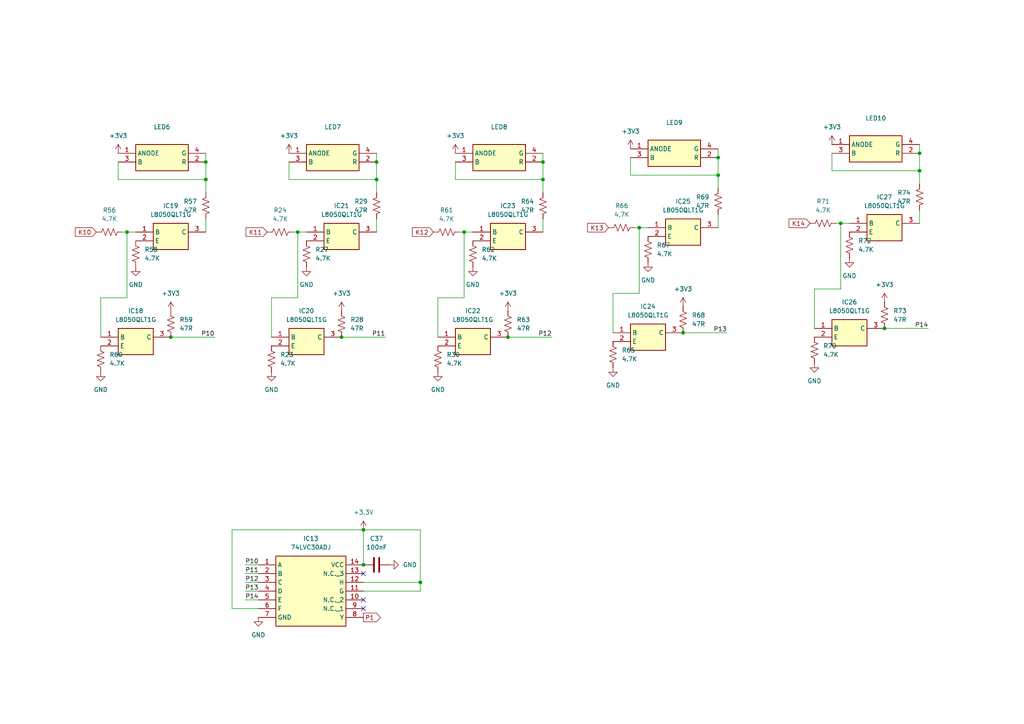
<source format=kicad_sch>
(kicad_sch
	(version 20231120)
	(generator "eeschema")
	(generator_version "8.0")
	(uuid "05da165c-5d10-4a10-901e-dcdb69539198")
	(paper "A4")
	(lib_symbols
		(symbol "74LVC30ADJ:74LVC30ADJ"
			(exclude_from_sim no)
			(in_bom yes)
			(on_board yes)
			(property "Reference" "IC"
				(at 26.67 7.62 0)
				(effects
					(font
						(size 1.27 1.27)
					)
					(justify left top)
				)
			)
			(property "Value" "74LVC30ADJ"
				(at 26.67 5.08 0)
				(effects
					(font
						(size 1.27 1.27)
					)
					(justify left top)
				)
			)
			(property "Footprint" "SOIC127P600X175-14N"
				(at 26.67 -94.92 0)
				(effects
					(font
						(size 1.27 1.27)
					)
					(justify left top)
					(hide yes)
				)
			)
			(property "Datasheet" "https://assets.nexperia.com/documents/data-sheet/74LVC30A.pdf"
				(at 26.67 -194.92 0)
				(effects
					(font
						(size 1.27 1.27)
					)
					(justify left top)
					(hide yes)
				)
			)
			(property "Description" "74LVC30A - 8-input NAND gate@en-us"
				(at 0 0 0)
				(effects
					(font
						(size 1.27 1.27)
					)
					(hide yes)
				)
			)
			(property "Height" "1.75"
				(at 26.67 -394.92 0)
				(effects
					(font
						(size 1.27 1.27)
					)
					(justify left top)
					(hide yes)
				)
			)
			(property "Manufacturer_Name" "Nexperia"
				(at 26.67 -494.92 0)
				(effects
					(font
						(size 1.27 1.27)
					)
					(justify left top)
					(hide yes)
				)
			)
			(property "Manufacturer_Part_Number" "74LVC30ADJ"
				(at 26.67 -594.92 0)
				(effects
					(font
						(size 1.27 1.27)
					)
					(justify left top)
					(hide yes)
				)
			)
			(property "Mouser Part Number" "771-74LVC30ADJ"
				(at 26.67 -694.92 0)
				(effects
					(font
						(size 1.27 1.27)
					)
					(justify left top)
					(hide yes)
				)
			)
			(property "Mouser Price/Stock" "https://www.mouser.com/Search/Refine.aspx?Keyword=771-74LVC30ADJ"
				(at 26.67 -794.92 0)
				(effects
					(font
						(size 1.27 1.27)
					)
					(justify left top)
					(hide yes)
				)
			)
			(property "Arrow Part Number" "74LVC30ADJ"
				(at 26.67 -894.92 0)
				(effects
					(font
						(size 1.27 1.27)
					)
					(justify left top)
					(hide yes)
				)
			)
			(property "Arrow Price/Stock" "https://www.arrow.com/en/products/74lvc30adj/nexperia?region=nac"
				(at 26.67 -994.92 0)
				(effects
					(font
						(size 1.27 1.27)
					)
					(justify left top)
					(hide yes)
				)
			)
			(symbol "74LVC30ADJ_1_1"
				(rectangle
					(start 5.08 2.54)
					(end 25.4 -17.78)
					(stroke
						(width 0.254)
						(type default)
					)
					(fill
						(type background)
					)
				)
				(pin passive line
					(at 0 0 0)
					(length 5.08)
					(name "A"
						(effects
							(font
								(size 1.27 1.27)
							)
						)
					)
					(number "1"
						(effects
							(font
								(size 1.27 1.27)
							)
						)
					)
				)
				(pin passive line
					(at 30.48 -10.16 180)
					(length 5.08)
					(name "N.C._2"
						(effects
							(font
								(size 1.27 1.27)
							)
						)
					)
					(number "10"
						(effects
							(font
								(size 1.27 1.27)
							)
						)
					)
				)
				(pin passive line
					(at 30.48 -7.62 180)
					(length 5.08)
					(name "G"
						(effects
							(font
								(size 1.27 1.27)
							)
						)
					)
					(number "11"
						(effects
							(font
								(size 1.27 1.27)
							)
						)
					)
				)
				(pin passive line
					(at 30.48 -5.08 180)
					(length 5.08)
					(name "H"
						(effects
							(font
								(size 1.27 1.27)
							)
						)
					)
					(number "12"
						(effects
							(font
								(size 1.27 1.27)
							)
						)
					)
				)
				(pin passive line
					(at 30.48 -2.54 180)
					(length 5.08)
					(name "N.C._3"
						(effects
							(font
								(size 1.27 1.27)
							)
						)
					)
					(number "13"
						(effects
							(font
								(size 1.27 1.27)
							)
						)
					)
				)
				(pin passive line
					(at 30.48 0 180)
					(length 5.08)
					(name "VCC"
						(effects
							(font
								(size 1.27 1.27)
							)
						)
					)
					(number "14"
						(effects
							(font
								(size 1.27 1.27)
							)
						)
					)
				)
				(pin passive line
					(at 0 -2.54 0)
					(length 5.08)
					(name "B"
						(effects
							(font
								(size 1.27 1.27)
							)
						)
					)
					(number "2"
						(effects
							(font
								(size 1.27 1.27)
							)
						)
					)
				)
				(pin passive line
					(at 0 -5.08 0)
					(length 5.08)
					(name "C"
						(effects
							(font
								(size 1.27 1.27)
							)
						)
					)
					(number "3"
						(effects
							(font
								(size 1.27 1.27)
							)
						)
					)
				)
				(pin passive line
					(at 0 -7.62 0)
					(length 5.08)
					(name "D"
						(effects
							(font
								(size 1.27 1.27)
							)
						)
					)
					(number "4"
						(effects
							(font
								(size 1.27 1.27)
							)
						)
					)
				)
				(pin passive line
					(at 0 -10.16 0)
					(length 5.08)
					(name "E"
						(effects
							(font
								(size 1.27 1.27)
							)
						)
					)
					(number "5"
						(effects
							(font
								(size 1.27 1.27)
							)
						)
					)
				)
				(pin passive line
					(at 0 -12.7 0)
					(length 5.08)
					(name "F"
						(effects
							(font
								(size 1.27 1.27)
							)
						)
					)
					(number "6"
						(effects
							(font
								(size 1.27 1.27)
							)
						)
					)
				)
				(pin passive line
					(at 0 -15.24 0)
					(length 5.08)
					(name "GND"
						(effects
							(font
								(size 1.27 1.27)
							)
						)
					)
					(number "7"
						(effects
							(font
								(size 1.27 1.27)
							)
						)
					)
				)
				(pin passive line
					(at 30.48 -15.24 180)
					(length 5.08)
					(name "Y"
						(effects
							(font
								(size 1.27 1.27)
							)
						)
					)
					(number "8"
						(effects
							(font
								(size 1.27 1.27)
							)
						)
					)
				)
				(pin passive line
					(at 30.48 -12.7 180)
					(length 5.08)
					(name "N.C._1"
						(effects
							(font
								(size 1.27 1.27)
							)
						)
					)
					(number "9"
						(effects
							(font
								(size 1.27 1.27)
							)
						)
					)
				)
			)
		)
		(symbol "Device:C"
			(pin_numbers hide)
			(pin_names
				(offset 0.254)
			)
			(exclude_from_sim no)
			(in_bom yes)
			(on_board yes)
			(property "Reference" "C"
				(at 0.635 2.54 0)
				(effects
					(font
						(size 1.27 1.27)
					)
					(justify left)
				)
			)
			(property "Value" "C"
				(at 0.635 -2.54 0)
				(effects
					(font
						(size 1.27 1.27)
					)
					(justify left)
				)
			)
			(property "Footprint" ""
				(at 0.9652 -3.81 0)
				(effects
					(font
						(size 1.27 1.27)
					)
					(hide yes)
				)
			)
			(property "Datasheet" "~"
				(at 0 0 0)
				(effects
					(font
						(size 1.27 1.27)
					)
					(hide yes)
				)
			)
			(property "Description" "Unpolarized capacitor"
				(at 0 0 0)
				(effects
					(font
						(size 1.27 1.27)
					)
					(hide yes)
				)
			)
			(property "ki_keywords" "cap capacitor"
				(at 0 0 0)
				(effects
					(font
						(size 1.27 1.27)
					)
					(hide yes)
				)
			)
			(property "ki_fp_filters" "C_*"
				(at 0 0 0)
				(effects
					(font
						(size 1.27 1.27)
					)
					(hide yes)
				)
			)
			(symbol "C_0_1"
				(polyline
					(pts
						(xy -2.032 -0.762) (xy 2.032 -0.762)
					)
					(stroke
						(width 0.508)
						(type default)
					)
					(fill
						(type none)
					)
				)
				(polyline
					(pts
						(xy -2.032 0.762) (xy 2.032 0.762)
					)
					(stroke
						(width 0.508)
						(type default)
					)
					(fill
						(type none)
					)
				)
			)
			(symbol "C_1_1"
				(pin passive line
					(at 0 3.81 270)
					(length 2.794)
					(name "~"
						(effects
							(font
								(size 1.27 1.27)
							)
						)
					)
					(number "1"
						(effects
							(font
								(size 1.27 1.27)
							)
						)
					)
				)
				(pin passive line
					(at 0 -3.81 90)
					(length 2.794)
					(name "~"
						(effects
							(font
								(size 1.27 1.27)
							)
						)
					)
					(number "2"
						(effects
							(font
								(size 1.27 1.27)
							)
						)
					)
				)
			)
		)
		(symbol "Device:R_US"
			(pin_numbers hide)
			(pin_names
				(offset 0)
			)
			(exclude_from_sim no)
			(in_bom yes)
			(on_board yes)
			(property "Reference" "R"
				(at 2.54 0 90)
				(effects
					(font
						(size 1.27 1.27)
					)
				)
			)
			(property "Value" "R_US"
				(at -2.54 0 90)
				(effects
					(font
						(size 1.27 1.27)
					)
				)
			)
			(property "Footprint" ""
				(at 1.016 -0.254 90)
				(effects
					(font
						(size 1.27 1.27)
					)
					(hide yes)
				)
			)
			(property "Datasheet" "~"
				(at 0 0 0)
				(effects
					(font
						(size 1.27 1.27)
					)
					(hide yes)
				)
			)
			(property "Description" "Resistor, US symbol"
				(at 0 0 0)
				(effects
					(font
						(size 1.27 1.27)
					)
					(hide yes)
				)
			)
			(property "ki_keywords" "R res resistor"
				(at 0 0 0)
				(effects
					(font
						(size 1.27 1.27)
					)
					(hide yes)
				)
			)
			(property "ki_fp_filters" "R_*"
				(at 0 0 0)
				(effects
					(font
						(size 1.27 1.27)
					)
					(hide yes)
				)
			)
			(symbol "R_US_0_1"
				(polyline
					(pts
						(xy 0 -2.286) (xy 0 -2.54)
					)
					(stroke
						(width 0)
						(type default)
					)
					(fill
						(type none)
					)
				)
				(polyline
					(pts
						(xy 0 2.286) (xy 0 2.54)
					)
					(stroke
						(width 0)
						(type default)
					)
					(fill
						(type none)
					)
				)
				(polyline
					(pts
						(xy 0 -0.762) (xy 1.016 -1.143) (xy 0 -1.524) (xy -1.016 -1.905) (xy 0 -2.286)
					)
					(stroke
						(width 0)
						(type default)
					)
					(fill
						(type none)
					)
				)
				(polyline
					(pts
						(xy 0 0.762) (xy 1.016 0.381) (xy 0 0) (xy -1.016 -0.381) (xy 0 -0.762)
					)
					(stroke
						(width 0)
						(type default)
					)
					(fill
						(type none)
					)
				)
				(polyline
					(pts
						(xy 0 2.286) (xy 1.016 1.905) (xy 0 1.524) (xy -1.016 1.143) (xy 0 0.762)
					)
					(stroke
						(width 0)
						(type default)
					)
					(fill
						(type none)
					)
				)
			)
			(symbol "R_US_1_1"
				(pin passive line
					(at 0 3.81 270)
					(length 1.27)
					(name "~"
						(effects
							(font
								(size 1.27 1.27)
							)
						)
					)
					(number "1"
						(effects
							(font
								(size 1.27 1.27)
							)
						)
					)
				)
				(pin passive line
					(at 0 -3.81 90)
					(length 1.27)
					(name "~"
						(effects
							(font
								(size 1.27 1.27)
							)
						)
					)
					(number "2"
						(effects
							(font
								(size 1.27 1.27)
							)
						)
					)
				)
			)
		)
		(symbol "L8050QLT1G:L8050QLT1G"
			(exclude_from_sim no)
			(in_bom yes)
			(on_board yes)
			(property "Reference" "IC"
				(at 16.51 7.62 0)
				(effects
					(font
						(size 1.27 1.27)
					)
					(justify left top)
				)
			)
			(property "Value" "L8050QLT1G"
				(at 16.51 5.08 0)
				(effects
					(font
						(size 1.27 1.27)
					)
					(justify left top)
				)
			)
			(property "Footprint" "L8050QLT1G"
				(at 16.51 -94.92 0)
				(effects
					(font
						(size 1.27 1.27)
					)
					(justify left top)
					(hide yes)
				)
			)
			(property "Datasheet" "https://datasheet.datasheetarchive.com/originals/distributors/Datasheets-28/DSA-558356.pdf"
				(at 16.51 -194.92 0)
				(effects
					(font
						(size 1.27 1.27)
					)
					(justify left top)
					(hide yes)
				)
			)
			(property "Description" "Trans GP BJT NPN 25V 0.8A 3-Pin SOT-23 T/R"
				(at 0 0 0)
				(effects
					(font
						(size 1.27 1.27)
					)
					(hide yes)
				)
			)
			(property "Height" "1.11"
				(at 16.51 -394.92 0)
				(effects
					(font
						(size 1.27 1.27)
					)
					(justify left top)
					(hide yes)
				)
			)
			(property "Manufacturer_Name" "LRC"
				(at 16.51 -494.92 0)
				(effects
					(font
						(size 1.27 1.27)
					)
					(justify left top)
					(hide yes)
				)
			)
			(property "Manufacturer_Part_Number" "L8050QLT1G"
				(at 16.51 -594.92 0)
				(effects
					(font
						(size 1.27 1.27)
					)
					(justify left top)
					(hide yes)
				)
			)
			(property "Mouser Part Number" ""
				(at 16.51 -694.92 0)
				(effects
					(font
						(size 1.27 1.27)
					)
					(justify left top)
					(hide yes)
				)
			)
			(property "Mouser Price/Stock" ""
				(at 16.51 -794.92 0)
				(effects
					(font
						(size 1.27 1.27)
					)
					(justify left top)
					(hide yes)
				)
			)
			(property "Arrow Part Number" ""
				(at 16.51 -894.92 0)
				(effects
					(font
						(size 1.27 1.27)
					)
					(justify left top)
					(hide yes)
				)
			)
			(property "Arrow Price/Stock" ""
				(at 16.51 -994.92 0)
				(effects
					(font
						(size 1.27 1.27)
					)
					(justify left top)
					(hide yes)
				)
			)
			(symbol "L8050QLT1G_1_1"
				(rectangle
					(start 5.08 2.54)
					(end 15.24 -5.08)
					(stroke
						(width 0.254)
						(type default)
					)
					(fill
						(type background)
					)
				)
				(pin passive line
					(at 0 0 0)
					(length 5.08)
					(name "B"
						(effects
							(font
								(size 1.27 1.27)
							)
						)
					)
					(number "1"
						(effects
							(font
								(size 1.27 1.27)
							)
						)
					)
				)
				(pin passive line
					(at 0 -2.54 0)
					(length 5.08)
					(name "E"
						(effects
							(font
								(size 1.27 1.27)
							)
						)
					)
					(number "2"
						(effects
							(font
								(size 1.27 1.27)
							)
						)
					)
				)
				(pin passive line
					(at 20.32 0 180)
					(length 5.08)
					(name "C"
						(effects
							(font
								(size 1.27 1.27)
							)
						)
					)
					(number "3"
						(effects
							(font
								(size 1.27 1.27)
							)
						)
					)
				)
			)
		)
		(symbol "LTRBR37G-4R4S-0125-0-2-R18:LTRBR37G-4R4S-0125-0-2-R18"
			(exclude_from_sim no)
			(in_bom yes)
			(on_board yes)
			(property "Reference" "LED"
				(at 21.59 7.62 0)
				(effects
					(font
						(size 1.27 1.27)
					)
					(justify left top)
				)
			)
			(property "Value" "LTRBR37G-4R4S-0125-0-2-R18"
				(at 21.59 5.08 0)
				(effects
					(font
						(size 1.27 1.27)
					)
					(justify left top)
				)
			)
			(property "Footprint" "LTRBR37G4R4S012502R18"
				(at 21.59 -94.92 0)
				(effects
					(font
						(size 1.27 1.27)
					)
					(justify left top)
					(hide yes)
				)
			)
			(property "Datasheet" "https://dammedia.osram.info/media/resource/hires/osram-dam-6751107/LTRB%20R37G_EN.pdf"
				(at 21.59 -194.92 0)
				(effects
					(font
						(size 1.27 1.27)
					)
					(justify left top)
					(hide yes)
				)
			)
			(property "Description" "Standard LEDs - SMD RGB LED"
				(at 0 0 0)
				(effects
					(font
						(size 1.27 1.27)
					)
					(hide yes)
				)
			)
			(property "Height" "0.35"
				(at 21.59 -394.92 0)
				(effects
					(font
						(size 1.27 1.27)
					)
					(justify left top)
					(hide yes)
				)
			)
			(property "Manufacturer_Name" "ams OSRAM"
				(at 21.59 -494.92 0)
				(effects
					(font
						(size 1.27 1.27)
					)
					(justify left top)
					(hide yes)
				)
			)
			(property "Manufacturer_Part_Number" "LTRBR37G-4R4S-0125-0-2-R18"
				(at 21.59 -594.92 0)
				(effects
					(font
						(size 1.27 1.27)
					)
					(justify left top)
					(hide yes)
				)
			)
			(property "Mouser Part Number" "720-LTRBR37GA6714"
				(at 21.59 -694.92 0)
				(effects
					(font
						(size 1.27 1.27)
					)
					(justify left top)
					(hide yes)
				)
			)
			(property "Mouser Price/Stock" "https://www.mouser.co.uk/ProductDetail/OSRAM-Opto-Semiconductors/LTRBR37G-4R4S-0125-0-2-R18?qs=PzGy0jfpSMv%252B%2FTjn17xfbA%3D%3D"
				(at 21.59 -794.92 0)
				(effects
					(font
						(size 1.27 1.27)
					)
					(justify left top)
					(hide yes)
				)
			)
			(property "Arrow Part Number" "LTRBR37G-4R4S-0125-0-2-R18"
				(at 21.59 -894.92 0)
				(effects
					(font
						(size 1.27 1.27)
					)
					(justify left top)
					(hide yes)
				)
			)
			(property "Arrow Price/Stock" "https://www.arrow.com/en/products/ltrbr37g-4r4s-0125-0-2-r18/osram-opto-semiconductors?region=nac"
				(at 21.59 -994.92 0)
				(effects
					(font
						(size 1.27 1.27)
					)
					(justify left top)
					(hide yes)
				)
			)
			(symbol "LTRBR37G-4R4S-0125-0-2-R18_1_1"
				(rectangle
					(start 5.08 2.54)
					(end 20.32 -5.08)
					(stroke
						(width 0.254)
						(type default)
					)
					(fill
						(type background)
					)
				)
				(pin passive line
					(at 25.4 0 180)
					(length 5.08)
					(name "ANODE"
						(effects
							(font
								(size 1.27 1.27)
							)
						)
					)
					(number "1"
						(effects
							(font
								(size 1.27 1.27)
							)
						)
					)
				)
				(pin passive line
					(at 0 -2.54 0)
					(length 5.08)
					(name "R"
						(effects
							(font
								(size 1.27 1.27)
							)
						)
					)
					(number "2"
						(effects
							(font
								(size 1.27 1.27)
							)
						)
					)
				)
				(pin passive line
					(at 25.4 -2.54 180)
					(length 5.08)
					(name "B"
						(effects
							(font
								(size 1.27 1.27)
							)
						)
					)
					(number "3"
						(effects
							(font
								(size 1.27 1.27)
							)
						)
					)
				)
				(pin passive line
					(at 0 0 0)
					(length 5.08)
					(name "G"
						(effects
							(font
								(size 1.27 1.27)
							)
						)
					)
					(number "4"
						(effects
							(font
								(size 1.27 1.27)
							)
						)
					)
				)
			)
		)
		(symbol "power:+3.3V"
			(power)
			(pin_numbers hide)
			(pin_names
				(offset 0) hide)
			(exclude_from_sim no)
			(in_bom yes)
			(on_board yes)
			(property "Reference" "#PWR"
				(at 0 -3.81 0)
				(effects
					(font
						(size 1.27 1.27)
					)
					(hide yes)
				)
			)
			(property "Value" "+3.3V"
				(at 0 3.556 0)
				(effects
					(font
						(size 1.27 1.27)
					)
				)
			)
			(property "Footprint" ""
				(at 0 0 0)
				(effects
					(font
						(size 1.27 1.27)
					)
					(hide yes)
				)
			)
			(property "Datasheet" ""
				(at 0 0 0)
				(effects
					(font
						(size 1.27 1.27)
					)
					(hide yes)
				)
			)
			(property "Description" "Power symbol creates a global label with name \"+3.3V\""
				(at 0 0 0)
				(effects
					(font
						(size 1.27 1.27)
					)
					(hide yes)
				)
			)
			(property "ki_keywords" "global power"
				(at 0 0 0)
				(effects
					(font
						(size 1.27 1.27)
					)
					(hide yes)
				)
			)
			(symbol "+3.3V_0_1"
				(polyline
					(pts
						(xy -0.762 1.27) (xy 0 2.54)
					)
					(stroke
						(width 0)
						(type default)
					)
					(fill
						(type none)
					)
				)
				(polyline
					(pts
						(xy 0 0) (xy 0 2.54)
					)
					(stroke
						(width 0)
						(type default)
					)
					(fill
						(type none)
					)
				)
				(polyline
					(pts
						(xy 0 2.54) (xy 0.762 1.27)
					)
					(stroke
						(width 0)
						(type default)
					)
					(fill
						(type none)
					)
				)
			)
			(symbol "+3.3V_1_1"
				(pin power_in line
					(at 0 0 90)
					(length 0)
					(name "~"
						(effects
							(font
								(size 1.27 1.27)
							)
						)
					)
					(number "1"
						(effects
							(font
								(size 1.27 1.27)
							)
						)
					)
				)
			)
		)
		(symbol "power:+3V3"
			(power)
			(pin_numbers hide)
			(pin_names
				(offset 0) hide)
			(exclude_from_sim no)
			(in_bom yes)
			(on_board yes)
			(property "Reference" "#PWR"
				(at 0 -3.81 0)
				(effects
					(font
						(size 1.27 1.27)
					)
					(hide yes)
				)
			)
			(property "Value" "+3V3"
				(at 0 3.556 0)
				(effects
					(font
						(size 1.27 1.27)
					)
				)
			)
			(property "Footprint" ""
				(at 0 0 0)
				(effects
					(font
						(size 1.27 1.27)
					)
					(hide yes)
				)
			)
			(property "Datasheet" ""
				(at 0 0 0)
				(effects
					(font
						(size 1.27 1.27)
					)
					(hide yes)
				)
			)
			(property "Description" "Power symbol creates a global label with name \"+3V3\""
				(at 0 0 0)
				(effects
					(font
						(size 1.27 1.27)
					)
					(hide yes)
				)
			)
			(property "ki_keywords" "global power"
				(at 0 0 0)
				(effects
					(font
						(size 1.27 1.27)
					)
					(hide yes)
				)
			)
			(symbol "+3V3_0_1"
				(polyline
					(pts
						(xy -0.762 1.27) (xy 0 2.54)
					)
					(stroke
						(width 0)
						(type default)
					)
					(fill
						(type none)
					)
				)
				(polyline
					(pts
						(xy 0 0) (xy 0 2.54)
					)
					(stroke
						(width 0)
						(type default)
					)
					(fill
						(type none)
					)
				)
				(polyline
					(pts
						(xy 0 2.54) (xy 0.762 1.27)
					)
					(stroke
						(width 0)
						(type default)
					)
					(fill
						(type none)
					)
				)
			)
			(symbol "+3V3_1_1"
				(pin power_in line
					(at 0 0 90)
					(length 0)
					(name "~"
						(effects
							(font
								(size 1.27 1.27)
							)
						)
					)
					(number "1"
						(effects
							(font
								(size 1.27 1.27)
							)
						)
					)
				)
			)
		)
		(symbol "power:GND"
			(power)
			(pin_numbers hide)
			(pin_names
				(offset 0) hide)
			(exclude_from_sim no)
			(in_bom yes)
			(on_board yes)
			(property "Reference" "#PWR"
				(at 0 -6.35 0)
				(effects
					(font
						(size 1.27 1.27)
					)
					(hide yes)
				)
			)
			(property "Value" "GND"
				(at 0 -3.81 0)
				(effects
					(font
						(size 1.27 1.27)
					)
				)
			)
			(property "Footprint" ""
				(at 0 0 0)
				(effects
					(font
						(size 1.27 1.27)
					)
					(hide yes)
				)
			)
			(property "Datasheet" ""
				(at 0 0 0)
				(effects
					(font
						(size 1.27 1.27)
					)
					(hide yes)
				)
			)
			(property "Description" "Power symbol creates a global label with name \"GND\" , ground"
				(at 0 0 0)
				(effects
					(font
						(size 1.27 1.27)
					)
					(hide yes)
				)
			)
			(property "ki_keywords" "global power"
				(at 0 0 0)
				(effects
					(font
						(size 1.27 1.27)
					)
					(hide yes)
				)
			)
			(symbol "GND_0_1"
				(polyline
					(pts
						(xy 0 0) (xy 0 -1.27) (xy 1.27 -1.27) (xy 0 -2.54) (xy -1.27 -1.27) (xy 0 -1.27)
					)
					(stroke
						(width 0)
						(type default)
					)
					(fill
						(type none)
					)
				)
			)
			(symbol "GND_1_1"
				(pin power_in line
					(at 0 0 270)
					(length 0)
					(name "~"
						(effects
							(font
								(size 1.27 1.27)
							)
						)
					)
					(number "1"
						(effects
							(font
								(size 1.27 1.27)
							)
						)
					)
				)
			)
		)
	)
	(junction
		(at 243.84 64.77)
		(diameter 0)
		(color 0 0 0 0)
		(uuid "051d9e23-583d-404c-9373-974056950d54")
	)
	(junction
		(at 266.7 44.45)
		(diameter 0)
		(color 0 0 0 0)
		(uuid "11d787e4-5ca2-4981-b6a8-91b40f577d9b")
	)
	(junction
		(at 147.32 97.79)
		(diameter 0)
		(color 0 0 0 0)
		(uuid "187a750e-279e-42b2-9abc-3e40ac2fd5e1")
	)
	(junction
		(at 59.69 46.99)
		(diameter 0)
		(color 0 0 0 0)
		(uuid "26c72d29-8bd7-41d8-9178-5704383d2898")
	)
	(junction
		(at 266.7 49.53)
		(diameter 0)
		(color 0 0 0 0)
		(uuid "48cd6af6-85d0-476a-942a-387e38fd15b4")
	)
	(junction
		(at 208.28 45.72)
		(diameter 0)
		(color 0 0 0 0)
		(uuid "53e4b517-e3d4-4c68-a568-159329e9edf5")
	)
	(junction
		(at 105.41 153.67)
		(diameter 0)
		(color 0 0 0 0)
		(uuid "5579ec7c-75bd-4437-9d41-1c180ca42148")
	)
	(junction
		(at 109.22 52.07)
		(diameter 0)
		(color 0 0 0 0)
		(uuid "5aed5214-5865-4e88-912b-eaff62aa72ef")
	)
	(junction
		(at 121.92 168.91)
		(diameter 0)
		(color 0 0 0 0)
		(uuid "647b23fd-641d-4b51-91ad-f61016fc7ed9")
	)
	(junction
		(at 256.54 95.25)
		(diameter 0)
		(color 0 0 0 0)
		(uuid "6cf8fb01-222d-452e-a005-f2941ba414d9")
	)
	(junction
		(at 99.06 97.79)
		(diameter 0)
		(color 0 0 0 0)
		(uuid "975ee908-9011-4950-a050-ce3f71888630")
	)
	(junction
		(at 198.12 96.52)
		(diameter 0)
		(color 0 0 0 0)
		(uuid "9d6587db-2d9f-42a0-9624-dcc3b9cb48fd")
	)
	(junction
		(at 86.36 67.31)
		(diameter 0)
		(color 0 0 0 0)
		(uuid "9db08e17-3276-43ee-97b2-7b800ae107bd")
	)
	(junction
		(at 157.48 52.07)
		(diameter 0)
		(color 0 0 0 0)
		(uuid "9ee1eb4e-d11f-499b-abf2-a824fefefa2b")
	)
	(junction
		(at 157.48 46.99)
		(diameter 0)
		(color 0 0 0 0)
		(uuid "9f51a6c5-af83-4ae3-925a-37ef0ef5b369")
	)
	(junction
		(at 105.41 163.83)
		(diameter 0)
		(color 0 0 0 0)
		(uuid "a73870cb-97ba-4484-94a7-08b3b211efb4")
	)
	(junction
		(at 36.83 67.31)
		(diameter 0)
		(color 0 0 0 0)
		(uuid "af4734f2-6c45-491c-8d66-0f484b53c5de")
	)
	(junction
		(at 134.62 67.31)
		(diameter 0)
		(color 0 0 0 0)
		(uuid "c32f6e55-8b35-42c6-aab7-990ec070a07a")
	)
	(junction
		(at 109.22 46.99)
		(diameter 0)
		(color 0 0 0 0)
		(uuid "deecd15c-2bef-4288-ad2e-9f67440f0554")
	)
	(junction
		(at 208.28 50.8)
		(diameter 0)
		(color 0 0 0 0)
		(uuid "e2fb9a81-6167-46a6-82d2-2fb44f3bf35a")
	)
	(junction
		(at 59.69 52.07)
		(diameter 0)
		(color 0 0 0 0)
		(uuid "e66a986a-495c-4acc-a909-a5741f28e267")
	)
	(junction
		(at 49.53 97.79)
		(diameter 0)
		(color 0 0 0 0)
		(uuid "e7a31a23-3478-4007-bbf6-96c448727549")
	)
	(junction
		(at 185.42 66.04)
		(diameter 0)
		(color 0 0 0 0)
		(uuid "feb1c739-9974-46f2-8c3c-3b71c46c5704")
	)
	(no_connect
		(at 105.41 173.99)
		(uuid "66f299aa-78a4-434a-9cf7-c6795a6b5b99")
	)
	(no_connect
		(at 105.41 166.37)
		(uuid "702efd07-ad41-4b7e-b401-b2c952e77c7f")
	)
	(no_connect
		(at 105.41 176.53)
		(uuid "80e86238-2f91-4f4a-a795-a86bb47a60d7")
	)
	(wire
		(pts
			(xy 86.36 86.36) (xy 78.74 86.36)
		)
		(stroke
			(width 0)
			(type default)
		)
		(uuid "03548dfc-66b1-4c42-96cc-de237b70a728")
	)
	(wire
		(pts
			(xy 208.28 54.61) (xy 208.28 50.8)
		)
		(stroke
			(width 0)
			(type default)
		)
		(uuid "079e9736-fed1-4db0-a0ab-9e90ef10ae98")
	)
	(wire
		(pts
			(xy 132.08 46.99) (xy 132.08 52.07)
		)
		(stroke
			(width 0)
			(type default)
		)
		(uuid "07b696eb-8f4b-4f09-a9e1-bd54402d5414")
	)
	(wire
		(pts
			(xy 182.88 50.8) (xy 208.28 50.8)
		)
		(stroke
			(width 0)
			(type default)
		)
		(uuid "0935f225-25dd-49a1-819b-d1332eb5eb65")
	)
	(wire
		(pts
			(xy 109.22 52.07) (xy 109.22 46.99)
		)
		(stroke
			(width 0)
			(type default)
		)
		(uuid "0b4cf8bd-a7e5-4679-b5e3-60cde99e0ef1")
	)
	(wire
		(pts
			(xy 83.82 52.07) (xy 109.22 52.07)
		)
		(stroke
			(width 0)
			(type default)
		)
		(uuid "1345fb05-fcc5-4fff-bc26-022fbc5b346b")
	)
	(wire
		(pts
			(xy 147.32 97.79) (xy 160.02 97.79)
		)
		(stroke
			(width 0)
			(type default)
		)
		(uuid "1d56534a-1c0c-454b-b2b2-2f747b5f3083")
	)
	(wire
		(pts
			(xy 59.69 52.07) (xy 59.69 46.99)
		)
		(stroke
			(width 0)
			(type default)
		)
		(uuid "1dba8186-6fb2-452a-9722-2de3f8b19ad6")
	)
	(wire
		(pts
			(xy 208.28 62.23) (xy 208.28 66.04)
		)
		(stroke
			(width 0)
			(type default)
		)
		(uuid "2020e65c-3679-4234-af5e-2bf5dad5deb5")
	)
	(wire
		(pts
			(xy 36.83 67.31) (xy 39.37 67.31)
		)
		(stroke
			(width 0)
			(type default)
		)
		(uuid "2415a0a8-0fcd-4b85-a091-004e28e3f0df")
	)
	(wire
		(pts
			(xy 109.22 63.5) (xy 109.22 67.31)
		)
		(stroke
			(width 0)
			(type default)
		)
		(uuid "24e74f4e-423f-46e5-8285-bcef42ffe6e9")
	)
	(wire
		(pts
			(xy 121.92 153.67) (xy 105.41 153.67)
		)
		(stroke
			(width 0)
			(type default)
		)
		(uuid "2a644fc5-9f66-4618-a92a-c3dcb48cfe13")
	)
	(wire
		(pts
			(xy 36.83 86.36) (xy 29.21 86.36)
		)
		(stroke
			(width 0)
			(type default)
		)
		(uuid "2d487065-6274-4e7c-8e4c-f22e8972d32b")
	)
	(wire
		(pts
			(xy 49.53 97.79) (xy 62.23 97.79)
		)
		(stroke
			(width 0)
			(type default)
		)
		(uuid "39b98213-a1a3-4845-8510-d0654510cd87")
	)
	(wire
		(pts
			(xy 243.84 64.77) (xy 243.84 83.82)
		)
		(stroke
			(width 0)
			(type default)
		)
		(uuid "3ac397e2-0e36-4bef-b7a2-70137250f04c")
	)
	(wire
		(pts
			(xy 256.54 95.25) (xy 269.24 95.25)
		)
		(stroke
			(width 0)
			(type default)
		)
		(uuid "3b059dcc-57ef-4cd9-97af-0242b3f271d9")
	)
	(wire
		(pts
			(xy 185.42 66.04) (xy 185.42 85.09)
		)
		(stroke
			(width 0)
			(type default)
		)
		(uuid "3b5a14c4-24c1-45f4-98e7-245016ac8f8e")
	)
	(wire
		(pts
			(xy 29.21 86.36) (xy 29.21 97.79)
		)
		(stroke
			(width 0)
			(type default)
		)
		(uuid "45aa4b13-1ab0-43c0-aee5-bc9a153cb113")
	)
	(wire
		(pts
			(xy 71.12 168.91) (xy 74.93 168.91)
		)
		(stroke
			(width 0)
			(type default)
		)
		(uuid "478a71ff-f7c9-45c4-a3d2-71ac65d305b8")
	)
	(wire
		(pts
			(xy 59.69 63.5) (xy 59.69 67.31)
		)
		(stroke
			(width 0)
			(type default)
		)
		(uuid "49852ea6-0934-48af-8f36-98997037d60f")
	)
	(wire
		(pts
			(xy 242.57 64.77) (xy 243.84 64.77)
		)
		(stroke
			(width 0)
			(type default)
		)
		(uuid "4a513948-ea3d-4a2c-8a74-f1b8acdf465e")
	)
	(wire
		(pts
			(xy 185.42 66.04) (xy 187.96 66.04)
		)
		(stroke
			(width 0)
			(type default)
		)
		(uuid "4d7719e3-b5d4-48e0-8156-a94205e6654c")
	)
	(wire
		(pts
			(xy 157.48 55.88) (xy 157.48 52.07)
		)
		(stroke
			(width 0)
			(type default)
		)
		(uuid "4f1352f1-36a4-42cc-ab0b-e9cf6c511a1f")
	)
	(wire
		(pts
			(xy 243.84 83.82) (xy 236.22 83.82)
		)
		(stroke
			(width 0)
			(type default)
		)
		(uuid "54fccac0-625b-4189-9355-58a108c79277")
	)
	(wire
		(pts
			(xy 157.48 63.5) (xy 157.48 67.31)
		)
		(stroke
			(width 0)
			(type default)
		)
		(uuid "55c71e13-593b-47b6-804c-6242d1406f11")
	)
	(wire
		(pts
			(xy 157.48 44.45) (xy 157.48 46.99)
		)
		(stroke
			(width 0)
			(type default)
		)
		(uuid "58729ad8-8907-4adb-ad78-e51551719dbc")
	)
	(wire
		(pts
			(xy 243.84 64.77) (xy 246.38 64.77)
		)
		(stroke
			(width 0)
			(type default)
		)
		(uuid "5a22c44c-dfcb-4370-bebe-027e158ff27e")
	)
	(wire
		(pts
			(xy 109.22 44.45) (xy 109.22 46.99)
		)
		(stroke
			(width 0)
			(type default)
		)
		(uuid "5bfb3998-5d1e-4044-b81e-13104b4e0442")
	)
	(wire
		(pts
			(xy 71.12 163.83) (xy 74.93 163.83)
		)
		(stroke
			(width 0)
			(type default)
		)
		(uuid "629290c9-25f6-4371-a8bd-7d571a2743dc")
	)
	(wire
		(pts
			(xy 71.12 171.45) (xy 74.93 171.45)
		)
		(stroke
			(width 0)
			(type default)
		)
		(uuid "65a9011d-6682-48ce-b586-210a6f9244ae")
	)
	(wire
		(pts
			(xy 86.36 67.31) (xy 86.36 86.36)
		)
		(stroke
			(width 0)
			(type default)
		)
		(uuid "65b46bed-1c60-4803-a74d-139d9056389b")
	)
	(wire
		(pts
			(xy 184.15 66.04) (xy 185.42 66.04)
		)
		(stroke
			(width 0)
			(type default)
		)
		(uuid "67d5c95a-5cd0-467d-b217-bd90d7611844")
	)
	(wire
		(pts
			(xy 182.88 45.72) (xy 182.88 50.8)
		)
		(stroke
			(width 0)
			(type default)
		)
		(uuid "6a8e1ff2-43fd-46e7-a923-80db6e050e3d")
	)
	(wire
		(pts
			(xy 127 86.36) (xy 127 97.79)
		)
		(stroke
			(width 0)
			(type default)
		)
		(uuid "6c5df058-ed02-4e88-a084-33f245f53a05")
	)
	(wire
		(pts
			(xy 105.41 153.67) (xy 105.41 163.83)
		)
		(stroke
			(width 0)
			(type default)
		)
		(uuid "71f08c51-e375-4964-8014-c2fafea42551")
	)
	(wire
		(pts
			(xy 241.3 49.53) (xy 266.7 49.53)
		)
		(stroke
			(width 0)
			(type default)
		)
		(uuid "78e105ae-29e0-45a4-aa4c-8a007fcef922")
	)
	(wire
		(pts
			(xy 34.29 52.07) (xy 59.69 52.07)
		)
		(stroke
			(width 0)
			(type default)
		)
		(uuid "7d000051-c073-4ace-a3c8-0100d2c08b49")
	)
	(wire
		(pts
			(xy 71.12 173.99) (xy 74.93 173.99)
		)
		(stroke
			(width 0)
			(type default)
		)
		(uuid "814bbef4-6d66-444d-aa6a-c488988b9a95")
	)
	(wire
		(pts
			(xy 198.12 96.52) (xy 210.82 96.52)
		)
		(stroke
			(width 0)
			(type default)
		)
		(uuid "82202c0d-83df-4d0b-8307-143d90be705c")
	)
	(wire
		(pts
			(xy 266.7 60.96) (xy 266.7 64.77)
		)
		(stroke
			(width 0)
			(type default)
		)
		(uuid "82890bcb-7b34-44f0-9d6f-9776bd354524")
	)
	(wire
		(pts
			(xy 109.22 55.88) (xy 109.22 52.07)
		)
		(stroke
			(width 0)
			(type default)
		)
		(uuid "9023376d-2333-4b1c-b5d6-85c318d93cf2")
	)
	(wire
		(pts
			(xy 71.12 166.37) (xy 74.93 166.37)
		)
		(stroke
			(width 0)
			(type default)
		)
		(uuid "92d1a23d-7a5e-45e1-a55d-615c95ebb022")
	)
	(wire
		(pts
			(xy 74.93 176.53) (xy 67.31 176.53)
		)
		(stroke
			(width 0)
			(type default)
		)
		(uuid "93ed74de-00f3-487c-be21-0f20e8c8072d")
	)
	(wire
		(pts
			(xy 208.28 43.18) (xy 208.28 45.72)
		)
		(stroke
			(width 0)
			(type default)
		)
		(uuid "9474936f-1358-4576-a6d0-6ef825deb27c")
	)
	(wire
		(pts
			(xy 185.42 85.09) (xy 177.8 85.09)
		)
		(stroke
			(width 0)
			(type default)
		)
		(uuid "99ffffac-dfee-4f4d-850b-ee6b68d2f3e4")
	)
	(wire
		(pts
			(xy 59.69 55.88) (xy 59.69 52.07)
		)
		(stroke
			(width 0)
			(type default)
		)
		(uuid "9eaaf0c9-1a6f-48b8-8c9d-65ff9d53f92e")
	)
	(wire
		(pts
			(xy 78.74 86.36) (xy 78.74 97.79)
		)
		(stroke
			(width 0)
			(type default)
		)
		(uuid "a3bf48e6-e8ec-4b04-add6-331cce211f22")
	)
	(wire
		(pts
			(xy 105.41 168.91) (xy 121.92 168.91)
		)
		(stroke
			(width 0)
			(type default)
		)
		(uuid "a435dc29-6bfa-4b4d-a70b-ff03c4e31dc6")
	)
	(wire
		(pts
			(xy 266.7 49.53) (xy 266.7 44.45)
		)
		(stroke
			(width 0)
			(type default)
		)
		(uuid "a7b83f9d-9272-4d6a-bd52-42376c864f23")
	)
	(wire
		(pts
			(xy 105.41 171.45) (xy 121.92 171.45)
		)
		(stroke
			(width 0)
			(type default)
		)
		(uuid "aaa4735c-725a-469f-8566-f21cf1130f95")
	)
	(wire
		(pts
			(xy 134.62 67.31) (xy 134.62 86.36)
		)
		(stroke
			(width 0)
			(type default)
		)
		(uuid "ab6cbcb8-93d8-4512-9e9e-86de3261349c")
	)
	(wire
		(pts
			(xy 59.69 44.45) (xy 59.69 46.99)
		)
		(stroke
			(width 0)
			(type default)
		)
		(uuid "b03e2cce-6f18-4ea9-9eee-33ff63f8742c")
	)
	(wire
		(pts
			(xy 34.29 46.99) (xy 34.29 52.07)
		)
		(stroke
			(width 0)
			(type default)
		)
		(uuid "b0a3dffc-7ccd-4abc-ba5f-b1dfd0afd54e")
	)
	(wire
		(pts
			(xy 67.31 176.53) (xy 67.31 153.67)
		)
		(stroke
			(width 0)
			(type default)
		)
		(uuid "b39ee686-d447-449a-ba49-d0a234e514e6")
	)
	(wire
		(pts
			(xy 85.09 67.31) (xy 86.36 67.31)
		)
		(stroke
			(width 0)
			(type default)
		)
		(uuid "b476589c-15bb-4bdc-95be-84f43aa43f7a")
	)
	(wire
		(pts
			(xy 35.56 67.31) (xy 36.83 67.31)
		)
		(stroke
			(width 0)
			(type default)
		)
		(uuid "b74cd887-3de5-4414-8329-d1c0e76941ab")
	)
	(wire
		(pts
			(xy 86.36 67.31) (xy 88.9 67.31)
		)
		(stroke
			(width 0)
			(type default)
		)
		(uuid "b847c8d3-466d-4d4e-8da6-bd616b5746c9")
	)
	(wire
		(pts
			(xy 121.92 171.45) (xy 121.92 168.91)
		)
		(stroke
			(width 0)
			(type default)
		)
		(uuid "bfc550aa-92c9-439f-b76f-9b44e745a4cd")
	)
	(wire
		(pts
			(xy 157.48 52.07) (xy 157.48 46.99)
		)
		(stroke
			(width 0)
			(type default)
		)
		(uuid "c0aedac4-4f6a-40c5-91e0-5e49dd089081")
	)
	(wire
		(pts
			(xy 121.92 168.91) (xy 121.92 153.67)
		)
		(stroke
			(width 0)
			(type default)
		)
		(uuid "c8846eb3-8925-43ba-9ddd-1f49ac214baa")
	)
	(wire
		(pts
			(xy 266.7 53.34) (xy 266.7 49.53)
		)
		(stroke
			(width 0)
			(type default)
		)
		(uuid "c97f3150-b74c-4099-b48f-f964e99c7550")
	)
	(wire
		(pts
			(xy 236.22 83.82) (xy 236.22 95.25)
		)
		(stroke
			(width 0)
			(type default)
		)
		(uuid "d1e295d3-d146-4e77-80b5-4c7ea7430921")
	)
	(wire
		(pts
			(xy 132.08 52.07) (xy 157.48 52.07)
		)
		(stroke
			(width 0)
			(type default)
		)
		(uuid "da1ec308-4131-4541-9247-d362bd11dc30")
	)
	(wire
		(pts
			(xy 133.35 67.31) (xy 134.62 67.31)
		)
		(stroke
			(width 0)
			(type default)
		)
		(uuid "dac6abe1-01ec-4994-abb0-a68286cffcd8")
	)
	(wire
		(pts
			(xy 67.31 153.67) (xy 105.41 153.67)
		)
		(stroke
			(width 0)
			(type default)
		)
		(uuid "e1024626-5b02-4b7b-ba57-8afba668c32e")
	)
	(wire
		(pts
			(xy 36.83 67.31) (xy 36.83 86.36)
		)
		(stroke
			(width 0)
			(type default)
		)
		(uuid "e167f928-4d23-4ff2-9ebf-c40114b76551")
	)
	(wire
		(pts
			(xy 83.82 46.99) (xy 83.82 52.07)
		)
		(stroke
			(width 0)
			(type default)
		)
		(uuid "e1da5502-3d46-4916-b47f-a5996711aeb4")
	)
	(wire
		(pts
			(xy 266.7 41.91) (xy 266.7 44.45)
		)
		(stroke
			(width 0)
			(type default)
		)
		(uuid "e3b6cebd-8364-45be-b59f-eedfa2ad3f96")
	)
	(wire
		(pts
			(xy 208.28 50.8) (xy 208.28 45.72)
		)
		(stroke
			(width 0)
			(type default)
		)
		(uuid "e7c5cc70-7ce0-455e-95ee-d8b288c64170")
	)
	(wire
		(pts
			(xy 241.3 44.45) (xy 241.3 49.53)
		)
		(stroke
			(width 0)
			(type default)
		)
		(uuid "eb494c4c-d939-4073-9035-1bfd32050dea")
	)
	(wire
		(pts
			(xy 99.06 97.79) (xy 111.76 97.79)
		)
		(stroke
			(width 0)
			(type default)
		)
		(uuid "ecfbf724-60ae-4f6b-9dfd-874ca2e7abb4")
	)
	(wire
		(pts
			(xy 134.62 86.36) (xy 127 86.36)
		)
		(stroke
			(width 0)
			(type default)
		)
		(uuid "f7aad68c-8123-48b5-be8f-b7177424b6ba")
	)
	(wire
		(pts
			(xy 134.62 67.31) (xy 137.16 67.31)
		)
		(stroke
			(width 0)
			(type default)
		)
		(uuid "fca39dc7-a482-4967-8aad-f606d9999443")
	)
	(wire
		(pts
			(xy 177.8 85.09) (xy 177.8 96.52)
		)
		(stroke
			(width 0)
			(type default)
		)
		(uuid "ff40ec5e-7552-4dc1-ac99-b7d41d8a0099")
	)
	(label "P11"
		(at 71.12 166.37 0)
		(fields_autoplaced yes)
		(effects
			(font
				(size 1.27 1.27)
			)
			(justify left bottom)
		)
		(uuid "0d6705b6-1cec-46b0-a95f-222252ff4495")
	)
	(label "P10"
		(at 62.23 97.79 180)
		(fields_autoplaced yes)
		(effects
			(font
				(size 1.27 1.27)
			)
			(justify right bottom)
		)
		(uuid "10b6f618-3491-412f-bb8a-7876a60404d7")
	)
	(label "P13"
		(at 71.12 171.45 0)
		(fields_autoplaced yes)
		(effects
			(font
				(size 1.27 1.27)
			)
			(justify left bottom)
		)
		(uuid "15380424-366b-49c5-a2b3-c13c826a0bfc")
	)
	(label "P14"
		(at 71.12 173.99 0)
		(fields_autoplaced yes)
		(effects
			(font
				(size 1.27 1.27)
			)
			(justify left bottom)
		)
		(uuid "434f726f-8b79-4085-a336-2d153a288d8f")
	)
	(label "P14"
		(at 269.24 95.25 180)
		(fields_autoplaced yes)
		(effects
			(font
				(size 1.27 1.27)
			)
			(justify right bottom)
		)
		(uuid "48a67d5c-414a-4c8e-8a26-42bbd79a2028")
	)
	(label "P13"
		(at 210.82 96.52 180)
		(fields_autoplaced yes)
		(effects
			(font
				(size 1.27 1.27)
			)
			(justify right bottom)
		)
		(uuid "5f0f39b4-1681-4ef1-a96a-b27eb7aade2b")
	)
	(label "P10"
		(at 71.12 163.83 0)
		(fields_autoplaced yes)
		(effects
			(font
				(size 1.27 1.27)
			)
			(justify left bottom)
		)
		(uuid "8e4b4669-cb2d-4c12-87d5-74a4c4a4fcf6")
	)
	(label "P12"
		(at 160.02 97.79 180)
		(fields_autoplaced yes)
		(effects
			(font
				(size 1.27 1.27)
			)
			(justify right bottom)
		)
		(uuid "c56b859e-bee4-43db-a059-0b4ba4eadbf9")
	)
	(label "P12"
		(at 71.12 168.91 0)
		(fields_autoplaced yes)
		(effects
			(font
				(size 1.27 1.27)
			)
			(justify left bottom)
		)
		(uuid "df4b0168-6692-426b-9265-4ee7ca9e41c8")
	)
	(label "P11"
		(at 111.76 97.79 180)
		(fields_autoplaced yes)
		(effects
			(font
				(size 1.27 1.27)
			)
			(justify right bottom)
		)
		(uuid "f089a1ae-b2fa-40c8-b1a2-4db5fc88b448")
	)
	(global_label "K10"
		(shape input)
		(at 27.94 67.31 180)
		(fields_autoplaced yes)
		(effects
			(font
				(size 1.27 1.27)
			)
			(justify right)
		)
		(uuid "0a9389ba-0e23-4a3a-aac1-699a979e13f0")
		(property "Intersheetrefs" "${INTERSHEET_REFS}"
			(at 21.2658 67.31 0)
			(effects
				(font
					(size 1.27 1.27)
				)
				(justify right)
				(hide yes)
			)
		)
	)
	(global_label "K11"
		(shape input)
		(at 77.47 67.31 180)
		(fields_autoplaced yes)
		(effects
			(font
				(size 1.27 1.27)
			)
			(justify right)
		)
		(uuid "57422f78-16b9-44c9-bc80-1ee5fa598fe4")
		(property "Intersheetrefs" "${INTERSHEET_REFS}"
			(at 70.7958 67.31 0)
			(effects
				(font
					(size 1.27 1.27)
				)
				(justify right)
				(hide yes)
			)
		)
	)
	(global_label "K13"
		(shape input)
		(at 176.53 66.04 180)
		(fields_autoplaced yes)
		(effects
			(font
				(size 1.27 1.27)
			)
			(justify right)
		)
		(uuid "5892fbf5-44fd-4c17-854c-6e713066b941")
		(property "Intersheetrefs" "${INTERSHEET_REFS}"
			(at 169.8558 66.04 0)
			(effects
				(font
					(size 1.27 1.27)
				)
				(justify right)
				(hide yes)
			)
		)
	)
	(global_label "K12"
		(shape input)
		(at 125.73 67.31 180)
		(fields_autoplaced yes)
		(effects
			(font
				(size 1.27 1.27)
			)
			(justify right)
		)
		(uuid "68e0855f-32e9-4759-9e13-470b1f1c4217")
		(property "Intersheetrefs" "${INTERSHEET_REFS}"
			(at 119.0558 67.31 0)
			(effects
				(font
					(size 1.27 1.27)
				)
				(justify right)
				(hide yes)
			)
		)
	)
	(global_label "K14"
		(shape input)
		(at 234.95 64.77 180)
		(fields_autoplaced yes)
		(effects
			(font
				(size 1.27 1.27)
			)
			(justify right)
		)
		(uuid "c4614110-f854-469c-b956-558459d863af")
		(property "Intersheetrefs" "${INTERSHEET_REFS}"
			(at 228.2758 64.77 0)
			(effects
				(font
					(size 1.27 1.27)
				)
				(justify right)
				(hide yes)
			)
		)
	)
	(global_label "P1"
		(shape output)
		(at 105.41 179.07 0)
		(fields_autoplaced yes)
		(effects
			(font
				(size 1.27 1.27)
			)
			(justify left)
		)
		(uuid "ef23bb3b-1177-4239-a63c-07fc64b939e2")
		(property "Intersheetrefs" "${INTERSHEET_REFS}"
			(at 110.8747 179.07 0)
			(effects
				(font
					(size 1.27 1.27)
				)
				(justify left)
				(hide yes)
			)
		)
	)
	(symbol
		(lib_id "L8050QLT1G:L8050QLT1G")
		(at 127 97.79 0)
		(unit 1)
		(exclude_from_sim no)
		(in_bom yes)
		(on_board yes)
		(dnp no)
		(fields_autoplaced yes)
		(uuid "012f37ce-ae1b-4f31-8389-62a3798c98d6")
		(property "Reference" "IC22"
			(at 137.16 90.17 0)
			(effects
				(font
					(size 1.27 1.27)
				)
			)
		)
		(property "Value" "L8050QLT1G"
			(at 137.16 92.71 0)
			(effects
				(font
					(size 1.27 1.27)
				)
			)
		)
		(property "Footprint" "L8050QLT1G"
			(at 143.51 192.71 0)
			(effects
				(font
					(size 1.27 1.27)
				)
				(justify left top)
				(hide yes)
			)
		)
		(property "Datasheet" "https://datasheet.datasheetarchive.com/originals/distributors/Datasheets-28/DSA-558356.pdf"
			(at 143.51 292.71 0)
			(effects
				(font
					(size 1.27 1.27)
				)
				(justify left top)
				(hide yes)
			)
		)
		(property "Description" "Trans GP BJT NPN 25V 0.8A 3-Pin SOT-23 T/R"
			(at 127 97.79 0)
			(effects
				(font
					(size 1.27 1.27)
				)
				(hide yes)
			)
		)
		(property "Height" "1.11"
			(at 143.51 492.71 0)
			(effects
				(font
					(size 1.27 1.27)
				)
				(justify left top)
				(hide yes)
			)
		)
		(property "Manufacturer_Name" "LRC"
			(at 143.51 592.71 0)
			(effects
				(font
					(size 1.27 1.27)
				)
				(justify left top)
				(hide yes)
			)
		)
		(property "Manufacturer_Part_Number" "L8050QLT1G"
			(at 143.51 692.71 0)
			(effects
				(font
					(size 1.27 1.27)
				)
				(justify left top)
				(hide yes)
			)
		)
		(property "Mouser Part Number" ""
			(at 143.51 792.71 0)
			(effects
				(font
					(size 1.27 1.27)
				)
				(justify left top)
				(hide yes)
			)
		)
		(property "Mouser Price/Stock" ""
			(at 143.51 892.71 0)
			(effects
				(font
					(size 1.27 1.27)
				)
				(justify left top)
				(hide yes)
			)
		)
		(property "Arrow Part Number" ""
			(at 143.51 992.71 0)
			(effects
				(font
					(size 1.27 1.27)
				)
				(justify left top)
				(hide yes)
			)
		)
		(property "Arrow Price/Stock" ""
			(at 143.51 1092.71 0)
			(effects
				(font
					(size 1.27 1.27)
				)
				(justify left top)
				(hide yes)
			)
		)
		(pin "3"
			(uuid "814fbc31-e936-4285-9af4-6b89e4b36f19")
		)
		(pin "1"
			(uuid "9d3b92b7-2545-487b-88f1-4733caa40c99")
		)
		(pin "2"
			(uuid "6bed75ec-7b2f-4c09-999a-bc116d19b3fd")
		)
		(instances
			(project "sdr"
				(path "/e4d3289e-0ccf-4dc8-988c-0c08b099df28/34458157-b641-4968-8571-8672c007d0ab"
					(reference "IC22")
					(unit 1)
				)
			)
		)
	)
	(symbol
		(lib_id "L8050QLT1G:L8050QLT1G")
		(at 78.74 97.79 0)
		(unit 1)
		(exclude_from_sim no)
		(in_bom yes)
		(on_board yes)
		(dnp no)
		(fields_autoplaced yes)
		(uuid "03024cee-f7a5-4703-8fe1-3bdf7417fbf0")
		(property "Reference" "IC20"
			(at 88.9 90.17 0)
			(effects
				(font
					(size 1.27 1.27)
				)
			)
		)
		(property "Value" "L8050QLT1G"
			(at 88.9 92.71 0)
			(effects
				(font
					(size 1.27 1.27)
				)
			)
		)
		(property "Footprint" "L8050QLT1G"
			(at 95.25 192.71 0)
			(effects
				(font
					(size 1.27 1.27)
				)
				(justify left top)
				(hide yes)
			)
		)
		(property "Datasheet" "https://datasheet.datasheetarchive.com/originals/distributors/Datasheets-28/DSA-558356.pdf"
			(at 95.25 292.71 0)
			(effects
				(font
					(size 1.27 1.27)
				)
				(justify left top)
				(hide yes)
			)
		)
		(property "Description" "Trans GP BJT NPN 25V 0.8A 3-Pin SOT-23 T/R"
			(at 78.74 97.79 0)
			(effects
				(font
					(size 1.27 1.27)
				)
				(hide yes)
			)
		)
		(property "Height" "1.11"
			(at 95.25 492.71 0)
			(effects
				(font
					(size 1.27 1.27)
				)
				(justify left top)
				(hide yes)
			)
		)
		(property "Manufacturer_Name" "LRC"
			(at 95.25 592.71 0)
			(effects
				(font
					(size 1.27 1.27)
				)
				(justify left top)
				(hide yes)
			)
		)
		(property "Manufacturer_Part_Number" "L8050QLT1G"
			(at 95.25 692.71 0)
			(effects
				(font
					(size 1.27 1.27)
				)
				(justify left top)
				(hide yes)
			)
		)
		(property "Mouser Part Number" ""
			(at 95.25 792.71 0)
			(effects
				(font
					(size 1.27 1.27)
				)
				(justify left top)
				(hide yes)
			)
		)
		(property "Mouser Price/Stock" ""
			(at 95.25 892.71 0)
			(effects
				(font
					(size 1.27 1.27)
				)
				(justify left top)
				(hide yes)
			)
		)
		(property "Arrow Part Number" ""
			(at 95.25 992.71 0)
			(effects
				(font
					(size 1.27 1.27)
				)
				(justify left top)
				(hide yes)
			)
		)
		(property "Arrow Price/Stock" ""
			(at 95.25 1092.71 0)
			(effects
				(font
					(size 1.27 1.27)
				)
				(justify left top)
				(hide yes)
			)
		)
		(pin "3"
			(uuid "bf678d1b-2564-4289-8ef9-182f7e7e4008")
		)
		(pin "1"
			(uuid "a5e406f6-2db0-4e7b-906b-1765aa28dc37")
		)
		(pin "2"
			(uuid "7d86db4d-b4f0-4d85-ae5a-ac1027472cfa")
		)
		(instances
			(project "sdr"
				(path "/e4d3289e-0ccf-4dc8-988c-0c08b099df28/34458157-b641-4968-8571-8672c007d0ab"
					(reference "IC20")
					(unit 1)
				)
			)
		)
	)
	(symbol
		(lib_id "Device:R_US")
		(at 109.22 59.69 0)
		(mirror x)
		(unit 1)
		(exclude_from_sim no)
		(in_bom yes)
		(on_board yes)
		(dnp no)
		(fields_autoplaced yes)
		(uuid "03b58113-0550-44ec-ba7e-8feb243c6f2b")
		(property "Reference" "R29"
			(at 106.68 58.4199 0)
			(effects
				(font
					(size 1.27 1.27)
				)
				(justify right)
			)
		)
		(property "Value" "47R"
			(at 106.68 60.9599 0)
			(effects
				(font
					(size 1.27 1.27)
				)
				(justify right)
			)
		)
		(property "Footprint" "Resistor_SMD:R_0603_1608Metric"
			(at 110.236 59.436 90)
			(effects
				(font
					(size 1.27 1.27)
				)
				(hide yes)
			)
		)
		(property "Datasheet" "~"
			(at 109.22 59.69 0)
			(effects
				(font
					(size 1.27 1.27)
				)
				(hide yes)
			)
		)
		(property "Description" "Resistor, US symbol"
			(at 109.22 59.69 0)
			(effects
				(font
					(size 1.27 1.27)
				)
				(hide yes)
			)
		)
		(pin "2"
			(uuid "869775b7-2cc5-46a0-803f-4abad89ada33")
		)
		(pin "1"
			(uuid "86bbb214-fb04-4f5b-9576-72fe36475cdb")
		)
		(instances
			(project "sdr"
				(path "/e4d3289e-0ccf-4dc8-988c-0c08b099df28/34458157-b641-4968-8571-8672c007d0ab"
					(reference "R29")
					(unit 1)
				)
			)
		)
	)
	(symbol
		(lib_id "Device:R_US")
		(at 236.22 101.6 180)
		(unit 1)
		(exclude_from_sim no)
		(in_bom yes)
		(on_board yes)
		(dnp no)
		(fields_autoplaced yes)
		(uuid "0513f114-7a3a-4f8e-bd1e-d13a3ac51680")
		(property "Reference" "R70"
			(at 238.76 100.3299 0)
			(effects
				(font
					(size 1.27 1.27)
				)
				(justify right)
			)
		)
		(property "Value" "4.7K"
			(at 238.76 102.8699 0)
			(effects
				(font
					(size 1.27 1.27)
				)
				(justify right)
			)
		)
		(property "Footprint" "Resistor_SMD:R_0603_1608Metric"
			(at 235.204 101.346 90)
			(effects
				(font
					(size 1.27 1.27)
				)
				(hide yes)
			)
		)
		(property "Datasheet" "~"
			(at 236.22 101.6 0)
			(effects
				(font
					(size 1.27 1.27)
				)
				(hide yes)
			)
		)
		(property "Description" "Resistor, US symbol"
			(at 236.22 101.6 0)
			(effects
				(font
					(size 1.27 1.27)
				)
				(hide yes)
			)
		)
		(pin "2"
			(uuid "d633c552-7141-413f-913e-67b228001046")
		)
		(pin "1"
			(uuid "b060380b-6f07-4fb5-990d-58d6bc963e37")
		)
		(instances
			(project "sdr"
				(path "/e4d3289e-0ccf-4dc8-988c-0c08b099df28/34458157-b641-4968-8571-8672c007d0ab"
					(reference "R70")
					(unit 1)
				)
			)
		)
	)
	(symbol
		(lib_id "LTRBR37G-4R4S-0125-0-2-R18:LTRBR37G-4R4S-0125-0-2-R18")
		(at 109.22 44.45 0)
		(mirror y)
		(unit 1)
		(exclude_from_sim no)
		(in_bom yes)
		(on_board yes)
		(dnp no)
		(fields_autoplaced yes)
		(uuid "115e476e-786c-4044-9e44-2334e642aefa")
		(property "Reference" "LED7"
			(at 96.52 36.83 0)
			(effects
				(font
					(size 1.27 1.27)
				)
			)
		)
		(property "Value" "LTRBR37G-4R4S-0125-0-2-R18"
			(at 96.52 39.37 0)
			(effects
				(font
					(size 1.27 1.27)
				)
				(hide yes)
			)
		)
		(property "Footprint" "LTRBR37G4R4S012502R18"
			(at 87.63 139.37 0)
			(effects
				(font
					(size 1.27 1.27)
				)
				(justify left top)
				(hide yes)
			)
		)
		(property "Datasheet" "https://dammedia.osram.info/media/resource/hires/osram-dam-6751107/LTRB%20R37G_EN.pdf"
			(at 87.63 239.37 0)
			(effects
				(font
					(size 1.27 1.27)
				)
				(justify left top)
				(hide yes)
			)
		)
		(property "Description" "Standard LEDs - SMD RGB LED"
			(at 109.22 44.45 0)
			(effects
				(font
					(size 1.27 1.27)
				)
				(hide yes)
			)
		)
		(property "Height" "0.35"
			(at 87.63 439.37 0)
			(effects
				(font
					(size 1.27 1.27)
				)
				(justify left top)
				(hide yes)
			)
		)
		(property "Manufacturer_Name" "ams OSRAM"
			(at 87.63 539.37 0)
			(effects
				(font
					(size 1.27 1.27)
				)
				(justify left top)
				(hide yes)
			)
		)
		(property "Manufacturer_Part_Number" "LTRBR37G-4R4S-0125-0-2-R18"
			(at 87.63 639.37 0)
			(effects
				(font
					(size 1.27 1.27)
				)
				(justify left top)
				(hide yes)
			)
		)
		(property "Mouser Part Number" "720-LTRBR37GA6714"
			(at 87.63 739.37 0)
			(effects
				(font
					(size 1.27 1.27)
				)
				(justify left top)
				(hide yes)
			)
		)
		(property "Mouser Price/Stock" "https://www.mouser.co.uk/ProductDetail/OSRAM-Opto-Semiconductors/LTRBR37G-4R4S-0125-0-2-R18?qs=PzGy0jfpSMv%252B%2FTjn17xfbA%3D%3D"
			(at 87.63 839.37 0)
			(effects
				(font
					(size 1.27 1.27)
				)
				(justify left top)
				(hide yes)
			)
		)
		(property "Arrow Part Number" "LTRBR37G-4R4S-0125-0-2-R18"
			(at 87.63 939.37 0)
			(effects
				(font
					(size 1.27 1.27)
				)
				(justify left top)
				(hide yes)
			)
		)
		(property "Arrow Price/Stock" "https://www.arrow.com/en/products/ltrbr37g-4r4s-0125-0-2-r18/osram-opto-semiconductors?region=nac"
			(at 87.63 1039.37 0)
			(effects
				(font
					(size 1.27 1.27)
				)
				(justify left top)
				(hide yes)
			)
		)
		(pin "2"
			(uuid "6a767c4f-0ff7-40ad-96e7-5b8b151bc702")
		)
		(pin "1"
			(uuid "85565a9c-a7aa-47d8-a102-47464412bf96")
		)
		(pin "4"
			(uuid "ccacc122-115e-439c-853b-c295c4e49832")
		)
		(pin "3"
			(uuid "f9aa22b1-8f17-4c80-b2f6-4645df4a4264")
		)
		(instances
			(project "sdr"
				(path "/e4d3289e-0ccf-4dc8-988c-0c08b099df28/34458157-b641-4968-8571-8672c007d0ab"
					(reference "LED7")
					(unit 1)
				)
			)
		)
	)
	(symbol
		(lib_id "Device:R_US")
		(at 99.06 93.98 180)
		(unit 1)
		(exclude_from_sim no)
		(in_bom yes)
		(on_board yes)
		(dnp no)
		(fields_autoplaced yes)
		(uuid "1b31f6d5-8517-45b0-acc0-5a714cf8535d")
		(property "Reference" "R28"
			(at 101.6 92.7099 0)
			(effects
				(font
					(size 1.27 1.27)
				)
				(justify right)
			)
		)
		(property "Value" "47R"
			(at 101.6 95.2499 0)
			(effects
				(font
					(size 1.27 1.27)
				)
				(justify right)
			)
		)
		(property "Footprint" "Resistor_SMD:R_0603_1608Metric"
			(at 98.044 93.726 90)
			(effects
				(font
					(size 1.27 1.27)
				)
				(hide yes)
			)
		)
		(property "Datasheet" "~"
			(at 99.06 93.98 0)
			(effects
				(font
					(size 1.27 1.27)
				)
				(hide yes)
			)
		)
		(property "Description" "Resistor, US symbol"
			(at 99.06 93.98 0)
			(effects
				(font
					(size 1.27 1.27)
				)
				(hide yes)
			)
		)
		(pin "2"
			(uuid "884633d6-dea5-40b3-a665-b39e544d566b")
		)
		(pin "1"
			(uuid "6323214d-3e07-46c3-9ffb-afef8cef041c")
		)
		(instances
			(project "sdr"
				(path "/e4d3289e-0ccf-4dc8-988c-0c08b099df28/34458157-b641-4968-8571-8672c007d0ab"
					(reference "R28")
					(unit 1)
				)
			)
		)
	)
	(symbol
		(lib_id "power:GND")
		(at 137.16 77.47 0)
		(unit 1)
		(exclude_from_sim no)
		(in_bom yes)
		(on_board yes)
		(dnp no)
		(fields_autoplaced yes)
		(uuid "1cc4edd9-c165-4dbd-a054-3722f82d806f")
		(property "Reference" "#PWR0115"
			(at 137.16 83.82 0)
			(effects
				(font
					(size 1.27 1.27)
				)
				(hide yes)
			)
		)
		(property "Value" "GND"
			(at 137.16 82.55 0)
			(effects
				(font
					(size 1.27 1.27)
				)
			)
		)
		(property "Footprint" ""
			(at 137.16 77.47 0)
			(effects
				(font
					(size 1.27 1.27)
				)
				(hide yes)
			)
		)
		(property "Datasheet" ""
			(at 137.16 77.47 0)
			(effects
				(font
					(size 1.27 1.27)
				)
				(hide yes)
			)
		)
		(property "Description" "Power symbol creates a global label with name \"GND\" , ground"
			(at 137.16 77.47 0)
			(effects
				(font
					(size 1.27 1.27)
				)
				(hide yes)
			)
		)
		(pin "1"
			(uuid "2163ffe2-47dc-49b7-87ce-a9eb205dfda9")
		)
		(instances
			(project "sdr"
				(path "/e4d3289e-0ccf-4dc8-988c-0c08b099df28/34458157-b641-4968-8571-8672c007d0ab"
					(reference "#PWR0115")
					(unit 1)
				)
			)
		)
	)
	(symbol
		(lib_id "power:+3V3")
		(at 147.32 90.17 0)
		(unit 1)
		(exclude_from_sim no)
		(in_bom yes)
		(on_board yes)
		(dnp no)
		(fields_autoplaced yes)
		(uuid "1dd445d8-3d8a-43fe-a869-39e3f455b85a")
		(property "Reference" "#PWR0116"
			(at 147.32 93.98 0)
			(effects
				(font
					(size 1.27 1.27)
				)
				(hide yes)
			)
		)
		(property "Value" "+3V3"
			(at 147.32 85.09 0)
			(effects
				(font
					(size 1.27 1.27)
				)
			)
		)
		(property "Footprint" ""
			(at 147.32 90.17 0)
			(effects
				(font
					(size 1.27 1.27)
				)
				(hide yes)
			)
		)
		(property "Datasheet" ""
			(at 147.32 90.17 0)
			(effects
				(font
					(size 1.27 1.27)
				)
				(hide yes)
			)
		)
		(property "Description" "Power symbol creates a global label with name \"+3V3\""
			(at 147.32 90.17 0)
			(effects
				(font
					(size 1.27 1.27)
				)
				(hide yes)
			)
		)
		(pin "1"
			(uuid "e6bd56c6-1ef0-4f92-adad-afb86d85c4e6")
		)
		(instances
			(project "sdr"
				(path "/e4d3289e-0ccf-4dc8-988c-0c08b099df28/34458157-b641-4968-8571-8672c007d0ab"
					(reference "#PWR0116")
					(unit 1)
				)
			)
		)
	)
	(symbol
		(lib_id "Device:R_US")
		(at 157.48 59.69 0)
		(mirror x)
		(unit 1)
		(exclude_from_sim no)
		(in_bom yes)
		(on_board yes)
		(dnp no)
		(fields_autoplaced yes)
		(uuid "21abf789-a5de-4192-b8d4-53c0505470fd")
		(property "Reference" "R64"
			(at 154.94 58.4199 0)
			(effects
				(font
					(size 1.27 1.27)
				)
				(justify right)
			)
		)
		(property "Value" "47R"
			(at 154.94 60.9599 0)
			(effects
				(font
					(size 1.27 1.27)
				)
				(justify right)
			)
		)
		(property "Footprint" "Resistor_SMD:R_0603_1608Metric"
			(at 158.496 59.436 90)
			(effects
				(font
					(size 1.27 1.27)
				)
				(hide yes)
			)
		)
		(property "Datasheet" "~"
			(at 157.48 59.69 0)
			(effects
				(font
					(size 1.27 1.27)
				)
				(hide yes)
			)
		)
		(property "Description" "Resistor, US symbol"
			(at 157.48 59.69 0)
			(effects
				(font
					(size 1.27 1.27)
				)
				(hide yes)
			)
		)
		(pin "2"
			(uuid "b2a023f4-d70a-424a-9082-c114ce186f0c")
		)
		(pin "1"
			(uuid "a7644742-a047-4ebc-8896-c77983d6efa9")
		)
		(instances
			(project "sdr"
				(path "/e4d3289e-0ccf-4dc8-988c-0c08b099df28/34458157-b641-4968-8571-8672c007d0ab"
					(reference "R64")
					(unit 1)
				)
			)
		)
	)
	(symbol
		(lib_id "L8050QLT1G:L8050QLT1G")
		(at 187.96 66.04 0)
		(unit 1)
		(exclude_from_sim no)
		(in_bom yes)
		(on_board yes)
		(dnp no)
		(fields_autoplaced yes)
		(uuid "2570d7d8-8ab2-4d79-929f-95c67bd76c9f")
		(property "Reference" "IC25"
			(at 198.12 58.42 0)
			(effects
				(font
					(size 1.27 1.27)
				)
			)
		)
		(property "Value" "L8050QLT1G"
			(at 198.12 60.96 0)
			(effects
				(font
					(size 1.27 1.27)
				)
			)
		)
		(property "Footprint" "L8050QLT1G"
			(at 204.47 160.96 0)
			(effects
				(font
					(size 1.27 1.27)
				)
				(justify left top)
				(hide yes)
			)
		)
		(property "Datasheet" "https://datasheet.datasheetarchive.com/originals/distributors/Datasheets-28/DSA-558356.pdf"
			(at 204.47 260.96 0)
			(effects
				(font
					(size 1.27 1.27)
				)
				(justify left top)
				(hide yes)
			)
		)
		(property "Description" "Trans GP BJT NPN 25V 0.8A 3-Pin SOT-23 T/R"
			(at 187.96 66.04 0)
			(effects
				(font
					(size 1.27 1.27)
				)
				(hide yes)
			)
		)
		(property "Height" "1.11"
			(at 204.47 460.96 0)
			(effects
				(font
					(size 1.27 1.27)
				)
				(justify left top)
				(hide yes)
			)
		)
		(property "Manufacturer_Name" "LRC"
			(at 204.47 560.96 0)
			(effects
				(font
					(size 1.27 1.27)
				)
				(justify left top)
				(hide yes)
			)
		)
		(property "Manufacturer_Part_Number" "L8050QLT1G"
			(at 204.47 660.96 0)
			(effects
				(font
					(size 1.27 1.27)
				)
				(justify left top)
				(hide yes)
			)
		)
		(property "Mouser Part Number" ""
			(at 204.47 760.96 0)
			(effects
				(font
					(size 1.27 1.27)
				)
				(justify left top)
				(hide yes)
			)
		)
		(property "Mouser Price/Stock" ""
			(at 204.47 860.96 0)
			(effects
				(font
					(size 1.27 1.27)
				)
				(justify left top)
				(hide yes)
			)
		)
		(property "Arrow Part Number" ""
			(at 204.47 960.96 0)
			(effects
				(font
					(size 1.27 1.27)
				)
				(justify left top)
				(hide yes)
			)
		)
		(property "Arrow Price/Stock" ""
			(at 204.47 1060.96 0)
			(effects
				(font
					(size 1.27 1.27)
				)
				(justify left top)
				(hide yes)
			)
		)
		(pin "3"
			(uuid "f98a0e13-21d0-444d-b3f0-8506c88fce1a")
		)
		(pin "1"
			(uuid "83a7e489-712d-4201-b39b-5757381d9e35")
		)
		(pin "2"
			(uuid "9cbbc002-f809-4cf4-8810-c17b9e23aa43")
		)
		(instances
			(project "sdr"
				(path "/e4d3289e-0ccf-4dc8-988c-0c08b099df28/34458157-b641-4968-8571-8672c007d0ab"
					(reference "IC25")
					(unit 1)
				)
			)
		)
	)
	(symbol
		(lib_id "power:GND")
		(at 187.96 76.2 0)
		(unit 1)
		(exclude_from_sim no)
		(in_bom yes)
		(on_board yes)
		(dnp no)
		(fields_autoplaced yes)
		(uuid "300f3a36-9c5b-49be-b0dd-7df0d7c23108")
		(property "Reference" "#PWR0119"
			(at 187.96 82.55 0)
			(effects
				(font
					(size 1.27 1.27)
				)
				(hide yes)
			)
		)
		(property "Value" "GND"
			(at 187.96 81.28 0)
			(effects
				(font
					(size 1.27 1.27)
				)
			)
		)
		(property "Footprint" ""
			(at 187.96 76.2 0)
			(effects
				(font
					(size 1.27 1.27)
				)
				(hide yes)
			)
		)
		(property "Datasheet" ""
			(at 187.96 76.2 0)
			(effects
				(font
					(size 1.27 1.27)
				)
				(hide yes)
			)
		)
		(property "Description" "Power symbol creates a global label with name \"GND\" , ground"
			(at 187.96 76.2 0)
			(effects
				(font
					(size 1.27 1.27)
				)
				(hide yes)
			)
		)
		(pin "1"
			(uuid "7bc69d5e-4660-481c-b86d-5c13d1eabfb7")
		)
		(instances
			(project "sdr"
				(path "/e4d3289e-0ccf-4dc8-988c-0c08b099df28/34458157-b641-4968-8571-8672c007d0ab"
					(reference "#PWR0119")
					(unit 1)
				)
			)
		)
	)
	(symbol
		(lib_id "Device:R_US")
		(at 177.8 102.87 180)
		(unit 1)
		(exclude_from_sim no)
		(in_bom yes)
		(on_board yes)
		(dnp no)
		(fields_autoplaced yes)
		(uuid "357cfb49-9bf7-40a7-a64f-6c6472be5fd7")
		(property "Reference" "R65"
			(at 180.34 101.5999 0)
			(effects
				(font
					(size 1.27 1.27)
				)
				(justify right)
			)
		)
		(property "Value" "4.7K"
			(at 180.34 104.1399 0)
			(effects
				(font
					(size 1.27 1.27)
				)
				(justify right)
			)
		)
		(property "Footprint" "Resistor_SMD:R_0603_1608Metric"
			(at 176.784 102.616 90)
			(effects
				(font
					(size 1.27 1.27)
				)
				(hide yes)
			)
		)
		(property "Datasheet" "~"
			(at 177.8 102.87 0)
			(effects
				(font
					(size 1.27 1.27)
				)
				(hide yes)
			)
		)
		(property "Description" "Resistor, US symbol"
			(at 177.8 102.87 0)
			(effects
				(font
					(size 1.27 1.27)
				)
				(hide yes)
			)
		)
		(pin "2"
			(uuid "e2956780-a1ce-4959-9dee-4d252672450b")
		)
		(pin "1"
			(uuid "6b8e183f-d185-4ec0-b061-e0a8695d9fa1")
		)
		(instances
			(project "sdr"
				(path "/e4d3289e-0ccf-4dc8-988c-0c08b099df28/34458157-b641-4968-8571-8672c007d0ab"
					(reference "R65")
					(unit 1)
				)
			)
		)
	)
	(symbol
		(lib_id "power:GND")
		(at 78.74 107.95 0)
		(unit 1)
		(exclude_from_sim no)
		(in_bom yes)
		(on_board yes)
		(dnp no)
		(fields_autoplaced yes)
		(uuid "3d8df554-76fb-4432-a4bd-be1adf5e1823")
		(property "Reference" "#PWR065"
			(at 78.74 114.3 0)
			(effects
				(font
					(size 1.27 1.27)
				)
				(hide yes)
			)
		)
		(property "Value" "GND"
			(at 78.74 113.03 0)
			(effects
				(font
					(size 1.27 1.27)
				)
			)
		)
		(property "Footprint" ""
			(at 78.74 107.95 0)
			(effects
				(font
					(size 1.27 1.27)
				)
				(hide yes)
			)
		)
		(property "Datasheet" ""
			(at 78.74 107.95 0)
			(effects
				(font
					(size 1.27 1.27)
				)
				(hide yes)
			)
		)
		(property "Description" "Power symbol creates a global label with name \"GND\" , ground"
			(at 78.74 107.95 0)
			(effects
				(font
					(size 1.27 1.27)
				)
				(hide yes)
			)
		)
		(pin "1"
			(uuid "dae2c335-a921-4233-bc64-497231a46d8c")
		)
		(instances
			(project "sdr"
				(path "/e4d3289e-0ccf-4dc8-988c-0c08b099df28/34458157-b641-4968-8571-8672c007d0ab"
					(reference "#PWR065")
					(unit 1)
				)
			)
		)
	)
	(symbol
		(lib_id "Device:R_US")
		(at 88.9 73.66 180)
		(unit 1)
		(exclude_from_sim no)
		(in_bom yes)
		(on_board yes)
		(dnp no)
		(fields_autoplaced yes)
		(uuid "3f8f641b-2600-410b-9312-8475203ed7b9")
		(property "Reference" "R27"
			(at 91.44 72.3899 0)
			(effects
				(font
					(size 1.27 1.27)
				)
				(justify right)
			)
		)
		(property "Value" "4.7K"
			(at 91.44 74.9299 0)
			(effects
				(font
					(size 1.27 1.27)
				)
				(justify right)
			)
		)
		(property "Footprint" "Resistor_SMD:R_0603_1608Metric"
			(at 87.884 73.406 90)
			(effects
				(font
					(size 1.27 1.27)
				)
				(hide yes)
			)
		)
		(property "Datasheet" "~"
			(at 88.9 73.66 0)
			(effects
				(font
					(size 1.27 1.27)
				)
				(hide yes)
			)
		)
		(property "Description" "Resistor, US symbol"
			(at 88.9 73.66 0)
			(effects
				(font
					(size 1.27 1.27)
				)
				(hide yes)
			)
		)
		(pin "2"
			(uuid "4ae9a0e2-cdf3-406d-b18e-509f44b31a23")
		)
		(pin "1"
			(uuid "dd178ef1-88ad-4e83-9861-a4c86bc9e195")
		)
		(instances
			(project "sdr"
				(path "/e4d3289e-0ccf-4dc8-988c-0c08b099df28/34458157-b641-4968-8571-8672c007d0ab"
					(reference "R27")
					(unit 1)
				)
			)
		)
	)
	(symbol
		(lib_id "L8050QLT1G:L8050QLT1G")
		(at 236.22 95.25 0)
		(unit 1)
		(exclude_from_sim no)
		(in_bom yes)
		(on_board yes)
		(dnp no)
		(fields_autoplaced yes)
		(uuid "4450f72d-41fa-400b-b67d-fa11c1cacbc3")
		(property "Reference" "IC26"
			(at 246.38 87.63 0)
			(effects
				(font
					(size 1.27 1.27)
				)
			)
		)
		(property "Value" "L8050QLT1G"
			(at 246.38 90.17 0)
			(effects
				(font
					(size 1.27 1.27)
				)
			)
		)
		(property "Footprint" "L8050QLT1G"
			(at 252.73 190.17 0)
			(effects
				(font
					(size 1.27 1.27)
				)
				(justify left top)
				(hide yes)
			)
		)
		(property "Datasheet" "https://datasheet.datasheetarchive.com/originals/distributors/Datasheets-28/DSA-558356.pdf"
			(at 252.73 290.17 0)
			(effects
				(font
					(size 1.27 1.27)
				)
				(justify left top)
				(hide yes)
			)
		)
		(property "Description" "Trans GP BJT NPN 25V 0.8A 3-Pin SOT-23 T/R"
			(at 236.22 95.25 0)
			(effects
				(font
					(size 1.27 1.27)
				)
				(hide yes)
			)
		)
		(property "Height" "1.11"
			(at 252.73 490.17 0)
			(effects
				(font
					(size 1.27 1.27)
				)
				(justify left top)
				(hide yes)
			)
		)
		(property "Manufacturer_Name" "LRC"
			(at 252.73 590.17 0)
			(effects
				(font
					(size 1.27 1.27)
				)
				(justify left top)
				(hide yes)
			)
		)
		(property "Manufacturer_Part_Number" "L8050QLT1G"
			(at 252.73 690.17 0)
			(effects
				(font
					(size 1.27 1.27)
				)
				(justify left top)
				(hide yes)
			)
		)
		(property "Mouser Part Number" ""
			(at 252.73 790.17 0)
			(effects
				(font
					(size 1.27 1.27)
				)
				(justify left top)
				(hide yes)
			)
		)
		(property "Mouser Price/Stock" ""
			(at 252.73 890.17 0)
			(effects
				(font
					(size 1.27 1.27)
				)
				(justify left top)
				(hide yes)
			)
		)
		(property "Arrow Part Number" ""
			(at 252.73 990.17 0)
			(effects
				(font
					(size 1.27 1.27)
				)
				(justify left top)
				(hide yes)
			)
		)
		(property "Arrow Price/Stock" ""
			(at 252.73 1090.17 0)
			(effects
				(font
					(size 1.27 1.27)
				)
				(justify left top)
				(hide yes)
			)
		)
		(pin "3"
			(uuid "138e0821-85c7-421a-b259-f1ac70e4d2b9")
		)
		(pin "1"
			(uuid "175665db-314b-49dd-84d7-d6beff8a556b")
		)
		(pin "2"
			(uuid "21c5c1e8-5948-45da-8659-fb5445d060eb")
		)
		(instances
			(project "sdr"
				(path "/e4d3289e-0ccf-4dc8-988c-0c08b099df28/34458157-b641-4968-8571-8672c007d0ab"
					(reference "IC26")
					(unit 1)
				)
			)
		)
	)
	(symbol
		(lib_id "Device:R_US")
		(at 129.54 67.31 90)
		(unit 1)
		(exclude_from_sim no)
		(in_bom yes)
		(on_board yes)
		(dnp no)
		(fields_autoplaced yes)
		(uuid "4c769954-8f0c-4b6d-8122-ab47a5cc3ccf")
		(property "Reference" "R61"
			(at 129.54 60.96 90)
			(effects
				(font
					(size 1.27 1.27)
				)
			)
		)
		(property "Value" "4.7K"
			(at 129.54 63.5 90)
			(effects
				(font
					(size 1.27 1.27)
				)
			)
		)
		(property "Footprint" "Resistor_SMD:R_0603_1608Metric"
			(at 129.794 66.294 90)
			(effects
				(font
					(size 1.27 1.27)
				)
				(hide yes)
			)
		)
		(property "Datasheet" "~"
			(at 129.54 67.31 0)
			(effects
				(font
					(size 1.27 1.27)
				)
				(hide yes)
			)
		)
		(property "Description" "Resistor, US symbol"
			(at 129.54 67.31 0)
			(effects
				(font
					(size 1.27 1.27)
				)
				(hide yes)
			)
		)
		(pin "2"
			(uuid "841c600f-c1d1-4b19-aa90-0fb97d499e00")
		)
		(pin "1"
			(uuid "5119f6fc-47c0-4379-8e89-189d8b9a2528")
		)
		(instances
			(project "sdr"
				(path "/e4d3289e-0ccf-4dc8-988c-0c08b099df28/34458157-b641-4968-8571-8672c007d0ab"
					(reference "R61")
					(unit 1)
				)
			)
		)
	)
	(symbol
		(lib_id "power:GND")
		(at 177.8 106.68 0)
		(unit 1)
		(exclude_from_sim no)
		(in_bom yes)
		(on_board yes)
		(dnp no)
		(fields_autoplaced yes)
		(uuid "4e3e46c6-d336-400a-ba7d-12143efe9edd")
		(property "Reference" "#PWR0117"
			(at 177.8 113.03 0)
			(effects
				(font
					(size 1.27 1.27)
				)
				(hide yes)
			)
		)
		(property "Value" "GND"
			(at 177.8 111.76 0)
			(effects
				(font
					(size 1.27 1.27)
				)
			)
		)
		(property "Footprint" ""
			(at 177.8 106.68 0)
			(effects
				(font
					(size 1.27 1.27)
				)
				(hide yes)
			)
		)
		(property "Datasheet" ""
			(at 177.8 106.68 0)
			(effects
				(font
					(size 1.27 1.27)
				)
				(hide yes)
			)
		)
		(property "Description" "Power symbol creates a global label with name \"GND\" , ground"
			(at 177.8 106.68 0)
			(effects
				(font
					(size 1.27 1.27)
				)
				(hide yes)
			)
		)
		(pin "1"
			(uuid "3cac5513-d5ea-4c4c-8628-c2171c9eec16")
		)
		(instances
			(project "sdr"
				(path "/e4d3289e-0ccf-4dc8-988c-0c08b099df28/34458157-b641-4968-8571-8672c007d0ab"
					(reference "#PWR0117")
					(unit 1)
				)
			)
		)
	)
	(symbol
		(lib_id "Device:R_US")
		(at 49.53 93.98 180)
		(unit 1)
		(exclude_from_sim no)
		(in_bom yes)
		(on_board yes)
		(dnp no)
		(fields_autoplaced yes)
		(uuid "4f179736-44dc-4765-8158-5131fe312514")
		(property "Reference" "R59"
			(at 52.07 92.7099 0)
			(effects
				(font
					(size 1.27 1.27)
				)
				(justify right)
			)
		)
		(property "Value" "47R"
			(at 52.07 95.2499 0)
			(effects
				(font
					(size 1.27 1.27)
				)
				(justify right)
			)
		)
		(property "Footprint" "Resistor_SMD:R_0603_1608Metric"
			(at 48.514 93.726 90)
			(effects
				(font
					(size 1.27 1.27)
				)
				(hide yes)
			)
		)
		(property "Datasheet" "~"
			(at 49.53 93.98 0)
			(effects
				(font
					(size 1.27 1.27)
				)
				(hide yes)
			)
		)
		(property "Description" "Resistor, US symbol"
			(at 49.53 93.98 0)
			(effects
				(font
					(size 1.27 1.27)
				)
				(hide yes)
			)
		)
		(pin "2"
			(uuid "f149e728-6822-4b71-b111-2d46133066c4")
		)
		(pin "1"
			(uuid "a9840e1b-0220-4b9c-82f9-6cbbd57ab22d")
		)
		(instances
			(project "sdr"
				(path "/e4d3289e-0ccf-4dc8-988c-0c08b099df28/34458157-b641-4968-8571-8672c007d0ab"
					(reference "R59")
					(unit 1)
				)
			)
		)
	)
	(symbol
		(lib_id "L8050QLT1G:L8050QLT1G")
		(at 137.16 67.31 0)
		(unit 1)
		(exclude_from_sim no)
		(in_bom yes)
		(on_board yes)
		(dnp no)
		(fields_autoplaced yes)
		(uuid "53e75ae5-31e1-4d3c-a147-25f363ef3453")
		(property "Reference" "IC23"
			(at 147.32 59.69 0)
			(effects
				(font
					(size 1.27 1.27)
				)
			)
		)
		(property "Value" "L8050QLT1G"
			(at 147.32 62.23 0)
			(effects
				(font
					(size 1.27 1.27)
				)
			)
		)
		(property "Footprint" "L8050QLT1G"
			(at 153.67 162.23 0)
			(effects
				(font
					(size 1.27 1.27)
				)
				(justify left top)
				(hide yes)
			)
		)
		(property "Datasheet" "https://datasheet.datasheetarchive.com/originals/distributors/Datasheets-28/DSA-558356.pdf"
			(at 153.67 262.23 0)
			(effects
				(font
					(size 1.27 1.27)
				)
				(justify left top)
				(hide yes)
			)
		)
		(property "Description" "Trans GP BJT NPN 25V 0.8A 3-Pin SOT-23 T/R"
			(at 137.16 67.31 0)
			(effects
				(font
					(size 1.27 1.27)
				)
				(hide yes)
			)
		)
		(property "Height" "1.11"
			(at 153.67 462.23 0)
			(effects
				(font
					(size 1.27 1.27)
				)
				(justify left top)
				(hide yes)
			)
		)
		(property "Manufacturer_Name" "LRC"
			(at 153.67 562.23 0)
			(effects
				(font
					(size 1.27 1.27)
				)
				(justify left top)
				(hide yes)
			)
		)
		(property "Manufacturer_Part_Number" "L8050QLT1G"
			(at 153.67 662.23 0)
			(effects
				(font
					(size 1.27 1.27)
				)
				(justify left top)
				(hide yes)
			)
		)
		(property "Mouser Part Number" ""
			(at 153.67 762.23 0)
			(effects
				(font
					(size 1.27 1.27)
				)
				(justify left top)
				(hide yes)
			)
		)
		(property "Mouser Price/Stock" ""
			(at 153.67 862.23 0)
			(effects
				(font
					(size 1.27 1.27)
				)
				(justify left top)
				(hide yes)
			)
		)
		(property "Arrow Part Number" ""
			(at 153.67 962.23 0)
			(effects
				(font
					(size 1.27 1.27)
				)
				(justify left top)
				(hide yes)
			)
		)
		(property "Arrow Price/Stock" ""
			(at 153.67 1062.23 0)
			(effects
				(font
					(size 1.27 1.27)
				)
				(justify left top)
				(hide yes)
			)
		)
		(pin "3"
			(uuid "944a4f9e-8c43-477f-bfdf-2ceb03c74741")
		)
		(pin "1"
			(uuid "190443a2-b0fb-4ef7-9a01-826f344df8a8")
		)
		(pin "2"
			(uuid "97a9fa12-776e-49c3-bb7e-a82fbaa085cc")
		)
		(instances
			(project "sdr"
				(path "/e4d3289e-0ccf-4dc8-988c-0c08b099df28/34458157-b641-4968-8571-8672c007d0ab"
					(reference "IC23")
					(unit 1)
				)
			)
		)
	)
	(symbol
		(lib_id "Device:R_US")
		(at 238.76 64.77 90)
		(unit 1)
		(exclude_from_sim no)
		(in_bom yes)
		(on_board yes)
		(dnp no)
		(fields_autoplaced yes)
		(uuid "57b37353-32c3-49ba-b1ab-576da599c91c")
		(property "Reference" "R71"
			(at 238.76 58.42 90)
			(effects
				(font
					(size 1.27 1.27)
				)
			)
		)
		(property "Value" "4.7K"
			(at 238.76 60.96 90)
			(effects
				(font
					(size 1.27 1.27)
				)
			)
		)
		(property "Footprint" "Resistor_SMD:R_0603_1608Metric"
			(at 239.014 63.754 90)
			(effects
				(font
					(size 1.27 1.27)
				)
				(hide yes)
			)
		)
		(property "Datasheet" "~"
			(at 238.76 64.77 0)
			(effects
				(font
					(size 1.27 1.27)
				)
				(hide yes)
			)
		)
		(property "Description" "Resistor, US symbol"
			(at 238.76 64.77 0)
			(effects
				(font
					(size 1.27 1.27)
				)
				(hide yes)
			)
		)
		(pin "2"
			(uuid "320e44b2-88ab-41fd-a673-362cac1298a1")
		)
		(pin "1"
			(uuid "a1d2feff-8444-48d3-bf8f-7f3b6a1daa6d")
		)
		(instances
			(project "sdr"
				(path "/e4d3289e-0ccf-4dc8-988c-0c08b099df28/34458157-b641-4968-8571-8672c007d0ab"
					(reference "R71")
					(unit 1)
				)
			)
		)
	)
	(symbol
		(lib_id "Device:R_US")
		(at 31.75 67.31 90)
		(unit 1)
		(exclude_from_sim no)
		(in_bom yes)
		(on_board yes)
		(dnp no)
		(fields_autoplaced yes)
		(uuid "5e3c6913-3f82-46c3-8cba-8aa8f998d1a2")
		(property "Reference" "R56"
			(at 31.75 60.96 90)
			(effects
				(font
					(size 1.27 1.27)
				)
			)
		)
		(property "Value" "4.7K"
			(at 31.75 63.5 90)
			(effects
				(font
					(size 1.27 1.27)
				)
			)
		)
		(property "Footprint" "Resistor_SMD:R_0603_1608Metric"
			(at 32.004 66.294 90)
			(effects
				(font
					(size 1.27 1.27)
				)
				(hide yes)
			)
		)
		(property "Datasheet" "~"
			(at 31.75 67.31 0)
			(effects
				(font
					(size 1.27 1.27)
				)
				(hide yes)
			)
		)
		(property "Description" "Resistor, US symbol"
			(at 31.75 67.31 0)
			(effects
				(font
					(size 1.27 1.27)
				)
				(hide yes)
			)
		)
		(pin "2"
			(uuid "0571f241-e957-41e2-b00b-1097175865d4")
		)
		(pin "1"
			(uuid "0ec37d7f-b92f-4b8d-b1d7-20c8ceca7835")
		)
		(instances
			(project "sdr"
				(path "/e4d3289e-0ccf-4dc8-988c-0c08b099df28/34458157-b641-4968-8571-8672c007d0ab"
					(reference "R56")
					(unit 1)
				)
			)
		)
	)
	(symbol
		(lib_id "power:+3V3")
		(at 132.08 44.45 0)
		(mirror y)
		(unit 1)
		(exclude_from_sim no)
		(in_bom yes)
		(on_board yes)
		(dnp no)
		(fields_autoplaced yes)
		(uuid "643e3405-e1d1-438a-bf6e-986fca25ac1a")
		(property "Reference" "#PWR0112"
			(at 132.08 48.26 0)
			(effects
				(font
					(size 1.27 1.27)
				)
				(hide yes)
			)
		)
		(property "Value" "+3V3"
			(at 132.08 39.37 0)
			(effects
				(font
					(size 1.27 1.27)
				)
			)
		)
		(property "Footprint" ""
			(at 132.08 44.45 0)
			(effects
				(font
					(size 1.27 1.27)
				)
				(hide yes)
			)
		)
		(property "Datasheet" ""
			(at 132.08 44.45 0)
			(effects
				(font
					(size 1.27 1.27)
				)
				(hide yes)
			)
		)
		(property "Description" "Power symbol creates a global label with name \"+3V3\""
			(at 132.08 44.45 0)
			(effects
				(font
					(size 1.27 1.27)
				)
				(hide yes)
			)
		)
		(pin "1"
			(uuid "79653601-a4e8-4d07-9185-c5fb1c9ca6a4")
		)
		(instances
			(project "sdr"
				(path "/e4d3289e-0ccf-4dc8-988c-0c08b099df28/34458157-b641-4968-8571-8672c007d0ab"
					(reference "#PWR0112")
					(unit 1)
				)
			)
		)
	)
	(symbol
		(lib_id "power:GND")
		(at 88.9 77.47 0)
		(unit 1)
		(exclude_from_sim no)
		(in_bom yes)
		(on_board yes)
		(dnp no)
		(fields_autoplaced yes)
		(uuid "66f078fd-4e62-45fb-8a0a-2bbdb4821429")
		(property "Reference" "#PWR0106"
			(at 88.9 83.82 0)
			(effects
				(font
					(size 1.27 1.27)
				)
				(hide yes)
			)
		)
		(property "Value" "GND"
			(at 88.9 82.55 0)
			(effects
				(font
					(size 1.27 1.27)
				)
			)
		)
		(property "Footprint" ""
			(at 88.9 77.47 0)
			(effects
				(font
					(size 1.27 1.27)
				)
				(hide yes)
			)
		)
		(property "Datasheet" ""
			(at 88.9 77.47 0)
			(effects
				(font
					(size 1.27 1.27)
				)
				(hide yes)
			)
		)
		(property "Description" "Power symbol creates a global label with name \"GND\" , ground"
			(at 88.9 77.47 0)
			(effects
				(font
					(size 1.27 1.27)
				)
				(hide yes)
			)
		)
		(pin "1"
			(uuid "7e6166c2-479d-4c59-ae17-f309b89abcc3")
		)
		(instances
			(project "sdr"
				(path "/e4d3289e-0ccf-4dc8-988c-0c08b099df28/34458157-b641-4968-8571-8672c007d0ab"
					(reference "#PWR0106")
					(unit 1)
				)
			)
		)
	)
	(symbol
		(lib_id "Device:R_US")
		(at 147.32 93.98 180)
		(unit 1)
		(exclude_from_sim no)
		(in_bom yes)
		(on_board yes)
		(dnp no)
		(fields_autoplaced yes)
		(uuid "70275a61-7e99-4294-9e91-4b6c43a22f7d")
		(property "Reference" "R63"
			(at 149.86 92.7099 0)
			(effects
				(font
					(size 1.27 1.27)
				)
				(justify right)
			)
		)
		(property "Value" "47R"
			(at 149.86 95.2499 0)
			(effects
				(font
					(size 1.27 1.27)
				)
				(justify right)
			)
		)
		(property "Footprint" "Resistor_SMD:R_0603_1608Metric"
			(at 146.304 93.726 90)
			(effects
				(font
					(size 1.27 1.27)
				)
				(hide yes)
			)
		)
		(property "Datasheet" "~"
			(at 147.32 93.98 0)
			(effects
				(font
					(size 1.27 1.27)
				)
				(hide yes)
			)
		)
		(property "Description" "Resistor, US symbol"
			(at 147.32 93.98 0)
			(effects
				(font
					(size 1.27 1.27)
				)
				(hide yes)
			)
		)
		(pin "2"
			(uuid "898594a7-d8f7-4e49-9b51-05fb241900f7")
		)
		(pin "1"
			(uuid "e5810c16-d8f9-4f0a-906d-af2c8838486d")
		)
		(instances
			(project "sdr"
				(path "/e4d3289e-0ccf-4dc8-988c-0c08b099df28/34458157-b641-4968-8571-8672c007d0ab"
					(reference "R63")
					(unit 1)
				)
			)
		)
	)
	(symbol
		(lib_id "L8050QLT1G:L8050QLT1G")
		(at 177.8 96.52 0)
		(unit 1)
		(exclude_from_sim no)
		(in_bom yes)
		(on_board yes)
		(dnp no)
		(fields_autoplaced yes)
		(uuid "76287395-35bd-4a1c-ae6a-066e7847074f")
		(property "Reference" "IC24"
			(at 187.96 88.9 0)
			(effects
				(font
					(size 1.27 1.27)
				)
			)
		)
		(property "Value" "L8050QLT1G"
			(at 187.96 91.44 0)
			(effects
				(font
					(size 1.27 1.27)
				)
			)
		)
		(property "Footprint" "L8050QLT1G"
			(at 194.31 191.44 0)
			(effects
				(font
					(size 1.27 1.27)
				)
				(justify left top)
				(hide yes)
			)
		)
		(property "Datasheet" "https://datasheet.datasheetarchive.com/originals/distributors/Datasheets-28/DSA-558356.pdf"
			(at 194.31 291.44 0)
			(effects
				(font
					(size 1.27 1.27)
				)
				(justify left top)
				(hide yes)
			)
		)
		(property "Description" "Trans GP BJT NPN 25V 0.8A 3-Pin SOT-23 T/R"
			(at 177.8 96.52 0)
			(effects
				(font
					(size 1.27 1.27)
				)
				(hide yes)
			)
		)
		(property "Height" "1.11"
			(at 194.31 491.44 0)
			(effects
				(font
					(size 1.27 1.27)
				)
				(justify left top)
				(hide yes)
			)
		)
		(property "Manufacturer_Name" "LRC"
			(at 194.31 591.44 0)
			(effects
				(font
					(size 1.27 1.27)
				)
				(justify left top)
				(hide yes)
			)
		)
		(property "Manufacturer_Part_Number" "L8050QLT1G"
			(at 194.31 691.44 0)
			(effects
				(font
					(size 1.27 1.27)
				)
				(justify left top)
				(hide yes)
			)
		)
		(property "Mouser Part Number" ""
			(at 194.31 791.44 0)
			(effects
				(font
					(size 1.27 1.27)
				)
				(justify left top)
				(hide yes)
			)
		)
		(property "Mouser Price/Stock" ""
			(at 194.31 891.44 0)
			(effects
				(font
					(size 1.27 1.27)
				)
				(justify left top)
				(hide yes)
			)
		)
		(property "Arrow Part Number" ""
			(at 194.31 991.44 0)
			(effects
				(font
					(size 1.27 1.27)
				)
				(justify left top)
				(hide yes)
			)
		)
		(property "Arrow Price/Stock" ""
			(at 194.31 1091.44 0)
			(effects
				(font
					(size 1.27 1.27)
				)
				(justify left top)
				(hide yes)
			)
		)
		(pin "3"
			(uuid "e1064c63-4963-4eb6-bb32-742f14496181")
		)
		(pin "1"
			(uuid "0fdd3bfb-f41e-4e48-ac44-452de1c81ff5")
		)
		(pin "2"
			(uuid "abe5702f-b3fc-4651-8050-a11bd983332d")
		)
		(instances
			(project "sdr"
				(path "/e4d3289e-0ccf-4dc8-988c-0c08b099df28/34458157-b641-4968-8571-8672c007d0ab"
					(reference "IC24")
					(unit 1)
				)
			)
		)
	)
	(symbol
		(lib_id "Device:R_US")
		(at 187.96 72.39 180)
		(unit 1)
		(exclude_from_sim no)
		(in_bom yes)
		(on_board yes)
		(dnp no)
		(fields_autoplaced yes)
		(uuid "826a5dff-68aa-4d8d-97ac-d2f93371d88c")
		(property "Reference" "R67"
			(at 190.5 71.1199 0)
			(effects
				(font
					(size 1.27 1.27)
				)
				(justify right)
			)
		)
		(property "Value" "4.7K"
			(at 190.5 73.6599 0)
			(effects
				(font
					(size 1.27 1.27)
				)
				(justify right)
			)
		)
		(property "Footprint" "Resistor_SMD:R_0603_1608Metric"
			(at 186.944 72.136 90)
			(effects
				(font
					(size 1.27 1.27)
				)
				(hide yes)
			)
		)
		(property "Datasheet" "~"
			(at 187.96 72.39 0)
			(effects
				(font
					(size 1.27 1.27)
				)
				(hide yes)
			)
		)
		(property "Description" "Resistor, US symbol"
			(at 187.96 72.39 0)
			(effects
				(font
					(size 1.27 1.27)
				)
				(hide yes)
			)
		)
		(pin "2"
			(uuid "8f7f3e53-9394-448d-8229-ae34428a5662")
		)
		(pin "1"
			(uuid "cc504d85-1736-4ca5-a67b-ad3b38178955")
		)
		(instances
			(project "sdr"
				(path "/e4d3289e-0ccf-4dc8-988c-0c08b099df28/34458157-b641-4968-8571-8672c007d0ab"
					(reference "R67")
					(unit 1)
				)
			)
		)
	)
	(symbol
		(lib_id "Device:R_US")
		(at 59.69 59.69 0)
		(mirror x)
		(unit 1)
		(exclude_from_sim no)
		(in_bom yes)
		(on_board yes)
		(dnp no)
		(fields_autoplaced yes)
		(uuid "834651d4-2640-4c59-9288-6ce62b844c50")
		(property "Reference" "R57"
			(at 57.15 58.4199 0)
			(effects
				(font
					(size 1.27 1.27)
				)
				(justify right)
			)
		)
		(property "Value" "47R"
			(at 57.15 60.9599 0)
			(effects
				(font
					(size 1.27 1.27)
				)
				(justify right)
			)
		)
		(property "Footprint" "Resistor_SMD:R_0603_1608Metric"
			(at 60.706 59.436 90)
			(effects
				(font
					(size 1.27 1.27)
				)
				(hide yes)
			)
		)
		(property "Datasheet" "~"
			(at 59.69 59.69 0)
			(effects
				(font
					(size 1.27 1.27)
				)
				(hide yes)
			)
		)
		(property "Description" "Resistor, US symbol"
			(at 59.69 59.69 0)
			(effects
				(font
					(size 1.27 1.27)
				)
				(hide yes)
			)
		)
		(pin "2"
			(uuid "4b045b0f-dc68-426f-833d-b9106dd69c96")
		)
		(pin "1"
			(uuid "33b84ae3-c533-42d9-b9a6-7ecaa666bb7e")
		)
		(instances
			(project "sdr"
				(path "/e4d3289e-0ccf-4dc8-988c-0c08b099df28/34458157-b641-4968-8571-8672c007d0ab"
					(reference "R57")
					(unit 1)
				)
			)
		)
	)
	(symbol
		(lib_id "power:GND")
		(at 127 107.95 0)
		(unit 1)
		(exclude_from_sim no)
		(in_bom yes)
		(on_board yes)
		(dnp no)
		(fields_autoplaced yes)
		(uuid "96424392-f725-4f50-a04d-2cca0f7b7e52")
		(property "Reference" "#PWR0111"
			(at 127 114.3 0)
			(effects
				(font
					(size 1.27 1.27)
				)
				(hide yes)
			)
		)
		(property "Value" "GND"
			(at 127 113.03 0)
			(effects
				(font
					(size 1.27 1.27)
				)
			)
		)
		(property "Footprint" ""
			(at 127 107.95 0)
			(effects
				(font
					(size 1.27 1.27)
				)
				(hide yes)
			)
		)
		(property "Datasheet" ""
			(at 127 107.95 0)
			(effects
				(font
					(size 1.27 1.27)
				)
				(hide yes)
			)
		)
		(property "Description" "Power symbol creates a global label with name \"GND\" , ground"
			(at 127 107.95 0)
			(effects
				(font
					(size 1.27 1.27)
				)
				(hide yes)
			)
		)
		(pin "1"
			(uuid "f7e01afb-c5cb-4393-91dc-0bd381a34398")
		)
		(instances
			(project "sdr"
				(path "/e4d3289e-0ccf-4dc8-988c-0c08b099df28/34458157-b641-4968-8571-8672c007d0ab"
					(reference "#PWR0111")
					(unit 1)
				)
			)
		)
	)
	(symbol
		(lib_id "L8050QLT1G:L8050QLT1G")
		(at 39.37 67.31 0)
		(unit 1)
		(exclude_from_sim no)
		(in_bom yes)
		(on_board yes)
		(dnp no)
		(fields_autoplaced yes)
		(uuid "99d2aff2-f8ac-48ec-8a7b-87641926eea7")
		(property "Reference" "IC19"
			(at 49.53 59.69 0)
			(effects
				(font
					(size 1.27 1.27)
				)
			)
		)
		(property "Value" "L8050QLT1G"
			(at 49.53 62.23 0)
			(effects
				(font
					(size 1.27 1.27)
				)
			)
		)
		(property "Footprint" "L8050QLT1G"
			(at 55.88 162.23 0)
			(effects
				(font
					(size 1.27 1.27)
				)
				(justify left top)
				(hide yes)
			)
		)
		(property "Datasheet" "https://datasheet.datasheetarchive.com/originals/distributors/Datasheets-28/DSA-558356.pdf"
			(at 55.88 262.23 0)
			(effects
				(font
					(size 1.27 1.27)
				)
				(justify left top)
				(hide yes)
			)
		)
		(property "Description" "Trans GP BJT NPN 25V 0.8A 3-Pin SOT-23 T/R"
			(at 39.37 67.31 0)
			(effects
				(font
					(size 1.27 1.27)
				)
				(hide yes)
			)
		)
		(property "Height" "1.11"
			(at 55.88 462.23 0)
			(effects
				(font
					(size 1.27 1.27)
				)
				(justify left top)
				(hide yes)
			)
		)
		(property "Manufacturer_Name" "LRC"
			(at 55.88 562.23 0)
			(effects
				(font
					(size 1.27 1.27)
				)
				(justify left top)
				(hide yes)
			)
		)
		(property "Manufacturer_Part_Number" "L8050QLT1G"
			(at 55.88 662.23 0)
			(effects
				(font
					(size 1.27 1.27)
				)
				(justify left top)
				(hide yes)
			)
		)
		(property "Mouser Part Number" ""
			(at 55.88 762.23 0)
			(effects
				(font
					(size 1.27 1.27)
				)
				(justify left top)
				(hide yes)
			)
		)
		(property "Mouser Price/Stock" ""
			(at 55.88 862.23 0)
			(effects
				(font
					(size 1.27 1.27)
				)
				(justify left top)
				(hide yes)
			)
		)
		(property "Arrow Part Number" ""
			(at 55.88 962.23 0)
			(effects
				(font
					(size 1.27 1.27)
				)
				(justify left top)
				(hide yes)
			)
		)
		(property "Arrow Price/Stock" ""
			(at 55.88 1062.23 0)
			(effects
				(font
					(size 1.27 1.27)
				)
				(justify left top)
				(hide yes)
			)
		)
		(pin "3"
			(uuid "619003bc-e597-4097-9218-08920eee10af")
		)
		(pin "1"
			(uuid "c057d9f6-d07a-4698-9e74-da1bb4956654")
		)
		(pin "2"
			(uuid "a2e80459-d86d-49d1-aa57-1b23b6cf63bb")
		)
		(instances
			(project "sdr"
				(path "/e4d3289e-0ccf-4dc8-988c-0c08b099df28/34458157-b641-4968-8571-8672c007d0ab"
					(reference "IC19")
					(unit 1)
				)
			)
		)
	)
	(symbol
		(lib_id "power:GND")
		(at 246.38 74.93 0)
		(unit 1)
		(exclude_from_sim no)
		(in_bom yes)
		(on_board yes)
		(dnp no)
		(fields_autoplaced yes)
		(uuid "9a2c4dce-b4a3-4382-bac9-9f25595f6cbb")
		(property "Reference" "#PWR0123"
			(at 246.38 81.28 0)
			(effects
				(font
					(size 1.27 1.27)
				)
				(hide yes)
			)
		)
		(property "Value" "GND"
			(at 246.38 80.01 0)
			(effects
				(font
					(size 1.27 1.27)
				)
			)
		)
		(property "Footprint" ""
			(at 246.38 74.93 0)
			(effects
				(font
					(size 1.27 1.27)
				)
				(hide yes)
			)
		)
		(property "Datasheet" ""
			(at 246.38 74.93 0)
			(effects
				(font
					(size 1.27 1.27)
				)
				(hide yes)
			)
		)
		(property "Description" "Power symbol creates a global label with name \"GND\" , ground"
			(at 246.38 74.93 0)
			(effects
				(font
					(size 1.27 1.27)
				)
				(hide yes)
			)
		)
		(pin "1"
			(uuid "32f7b28b-d112-474f-be2a-4ae47c54ecc1")
		)
		(instances
			(project "sdr"
				(path "/e4d3289e-0ccf-4dc8-988c-0c08b099df28/34458157-b641-4968-8571-8672c007d0ab"
					(reference "#PWR0123")
					(unit 1)
				)
			)
		)
	)
	(symbol
		(lib_id "Device:R_US")
		(at 78.74 104.14 180)
		(unit 1)
		(exclude_from_sim no)
		(in_bom yes)
		(on_board yes)
		(dnp no)
		(fields_autoplaced yes)
		(uuid "9aa49095-e01d-4910-8d29-8857e61e2be3")
		(property "Reference" "R23"
			(at 81.28 102.8699 0)
			(effects
				(font
					(size 1.27 1.27)
				)
				(justify right)
			)
		)
		(property "Value" "4.7K"
			(at 81.28 105.4099 0)
			(effects
				(font
					(size 1.27 1.27)
				)
				(justify right)
			)
		)
		(property "Footprint" "Resistor_SMD:R_0603_1608Metric"
			(at 77.724 103.886 90)
			(effects
				(font
					(size 1.27 1.27)
				)
				(hide yes)
			)
		)
		(property "Datasheet" "~"
			(at 78.74 104.14 0)
			(effects
				(font
					(size 1.27 1.27)
				)
				(hide yes)
			)
		)
		(property "Description" "Resistor, US symbol"
			(at 78.74 104.14 0)
			(effects
				(font
					(size 1.27 1.27)
				)
				(hide yes)
			)
		)
		(pin "2"
			(uuid "556b7df7-5107-49ea-9621-51be58e3b75d")
		)
		(pin "1"
			(uuid "f9287bfb-3f4a-4242-a60c-5ebfd146a48c")
		)
		(instances
			(project "sdr"
				(path "/e4d3289e-0ccf-4dc8-988c-0c08b099df28/34458157-b641-4968-8571-8672c007d0ab"
					(reference "R23")
					(unit 1)
				)
			)
		)
	)
	(symbol
		(lib_id "LTRBR37G-4R4S-0125-0-2-R18:LTRBR37G-4R4S-0125-0-2-R18")
		(at 59.69 44.45 0)
		(mirror y)
		(unit 1)
		(exclude_from_sim no)
		(in_bom yes)
		(on_board yes)
		(dnp no)
		(fields_autoplaced yes)
		(uuid "9b61e2f6-eab3-4b9b-9d40-d63b0800e9fb")
		(property "Reference" "LED6"
			(at 46.99 36.83 0)
			(effects
				(font
					(size 1.27 1.27)
				)
			)
		)
		(property "Value" "LTRBR37G-4R4S-0125-0-2-R18"
			(at 46.99 39.37 0)
			(effects
				(font
					(size 1.27 1.27)
				)
				(hide yes)
			)
		)
		(property "Footprint" "LTRBR37G4R4S012502R18"
			(at 38.1 139.37 0)
			(effects
				(font
					(size 1.27 1.27)
				)
				(justify left top)
				(hide yes)
			)
		)
		(property "Datasheet" "https://dammedia.osram.info/media/resource/hires/osram-dam-6751107/LTRB%20R37G_EN.pdf"
			(at 38.1 239.37 0)
			(effects
				(font
					(size 1.27 1.27)
				)
				(justify left top)
				(hide yes)
			)
		)
		(property "Description" "Standard LEDs - SMD RGB LED"
			(at 59.69 44.45 0)
			(effects
				(font
					(size 1.27 1.27)
				)
				(hide yes)
			)
		)
		(property "Height" "0.35"
			(at 38.1 439.37 0)
			(effects
				(font
					(size 1.27 1.27)
				)
				(justify left top)
				(hide yes)
			)
		)
		(property "Manufacturer_Name" "ams OSRAM"
			(at 38.1 539.37 0)
			(effects
				(font
					(size 1.27 1.27)
				)
				(justify left top)
				(hide yes)
			)
		)
		(property "Manufacturer_Part_Number" "LTRBR37G-4R4S-0125-0-2-R18"
			(at 38.1 639.37 0)
			(effects
				(font
					(size 1.27 1.27)
				)
				(justify left top)
				(hide yes)
			)
		)
		(property "Mouser Part Number" "720-LTRBR37GA6714"
			(at 38.1 739.37 0)
			(effects
				(font
					(size 1.27 1.27)
				)
				(justify left top)
				(hide yes)
			)
		)
		(property "Mouser Price/Stock" "https://www.mouser.co.uk/ProductDetail/OSRAM-Opto-Semiconductors/LTRBR37G-4R4S-0125-0-2-R18?qs=PzGy0jfpSMv%252B%2FTjn17xfbA%3D%3D"
			(at 38.1 839.37 0)
			(effects
				(font
					(size 1.27 1.27)
				)
				(justify left top)
				(hide yes)
			)
		)
		(property "Arrow Part Number" "LTRBR37G-4R4S-0125-0-2-R18"
			(at 38.1 939.37 0)
			(effects
				(font
					(size 1.27 1.27)
				)
				(justify left top)
				(hide yes)
			)
		)
		(property "Arrow Price/Stock" "https://www.arrow.com/en/products/ltrbr37g-4r4s-0125-0-2-r18/osram-opto-semiconductors?region=nac"
			(at 38.1 1039.37 0)
			(effects
				(font
					(size 1.27 1.27)
				)
				(justify left top)
				(hide yes)
			)
		)
		(pin "2"
			(uuid "c15d0098-7c9d-4846-b758-e6c06754f285")
		)
		(pin "1"
			(uuid "333e04d8-5d35-4e85-aab4-2b41be26dcb6")
		)
		(pin "4"
			(uuid "83f1359b-5368-4bbb-ba93-334eff9ec03d")
		)
		(pin "3"
			(uuid "58f3a5cd-b4f5-4660-bb58-429a207dba31")
		)
		(instances
			(project "sdr"
				(path "/e4d3289e-0ccf-4dc8-988c-0c08b099df28/34458157-b641-4968-8571-8672c007d0ab"
					(reference "LED6")
					(unit 1)
				)
			)
		)
	)
	(symbol
		(lib_id "L8050QLT1G:L8050QLT1G")
		(at 29.21 97.79 0)
		(unit 1)
		(exclude_from_sim no)
		(in_bom yes)
		(on_board yes)
		(dnp no)
		(fields_autoplaced yes)
		(uuid "9b8673b1-92f6-48e3-9c34-062017565e6b")
		(property "Reference" "IC18"
			(at 39.37 90.17 0)
			(effects
				(font
					(size 1.27 1.27)
				)
			)
		)
		(property "Value" "L8050QLT1G"
			(at 39.37 92.71 0)
			(effects
				(font
					(size 1.27 1.27)
				)
			)
		)
		(property "Footprint" "L8050QLT1G"
			(at 45.72 192.71 0)
			(effects
				(font
					(size 1.27 1.27)
				)
				(justify left top)
				(hide yes)
			)
		)
		(property "Datasheet" "https://datasheet.datasheetarchive.com/originals/distributors/Datasheets-28/DSA-558356.pdf"
			(at 45.72 292.71 0)
			(effects
				(font
					(size 1.27 1.27)
				)
				(justify left top)
				(hide yes)
			)
		)
		(property "Description" "Trans GP BJT NPN 25V 0.8A 3-Pin SOT-23 T/R"
			(at 29.21 97.79 0)
			(effects
				(font
					(size 1.27 1.27)
				)
				(hide yes)
			)
		)
		(property "Height" "1.11"
			(at 45.72 492.71 0)
			(effects
				(font
					(size 1.27 1.27)
				)
				(justify left top)
				(hide yes)
			)
		)
		(property "Manufacturer_Name" "LRC"
			(at 45.72 592.71 0)
			(effects
				(font
					(size 1.27 1.27)
				)
				(justify left top)
				(hide yes)
			)
		)
		(property "Manufacturer_Part_Number" "L8050QLT1G"
			(at 45.72 692.71 0)
			(effects
				(font
					(size 1.27 1.27)
				)
				(justify left top)
				(hide yes)
			)
		)
		(property "Mouser Part Number" ""
			(at 45.72 792.71 0)
			(effects
				(font
					(size 1.27 1.27)
				)
				(justify left top)
				(hide yes)
			)
		)
		(property "Mouser Price/Stock" ""
			(at 45.72 892.71 0)
			(effects
				(font
					(size 1.27 1.27)
				)
				(justify left top)
				(hide yes)
			)
		)
		(property "Arrow Part Number" ""
			(at 45.72 992.71 0)
			(effects
				(font
					(size 1.27 1.27)
				)
				(justify left top)
				(hide yes)
			)
		)
		(property "Arrow Price/Stock" ""
			(at 45.72 1092.71 0)
			(effects
				(font
					(size 1.27 1.27)
				)
				(justify left top)
				(hide yes)
			)
		)
		(pin "3"
			(uuid "d43d0f91-7b11-4b1b-a578-802ef804f628")
		)
		(pin "1"
			(uuid "d226c65e-e57f-41c1-a8e5-5f4280b66917")
		)
		(pin "2"
			(uuid "c58ab910-dcc6-4b3a-be0e-3b616edc980d")
		)
		(instances
			(project "sdr"
				(path "/e4d3289e-0ccf-4dc8-988c-0c08b099df28/34458157-b641-4968-8571-8672c007d0ab"
					(reference "IC18")
					(unit 1)
				)
			)
		)
	)
	(symbol
		(lib_id "Device:R_US")
		(at 246.38 71.12 180)
		(unit 1)
		(exclude_from_sim no)
		(in_bom yes)
		(on_board yes)
		(dnp no)
		(fields_autoplaced yes)
		(uuid "9d27f1c1-611a-4898-9baa-f8ad9e87bea7")
		(property "Reference" "R72"
			(at 248.92 69.8499 0)
			(effects
				(font
					(size 1.27 1.27)
				)
				(justify right)
			)
		)
		(property "Value" "4.7K"
			(at 248.92 72.3899 0)
			(effects
				(font
					(size 1.27 1.27)
				)
				(justify right)
			)
		)
		(property "Footprint" "Resistor_SMD:R_0603_1608Metric"
			(at 245.364 70.866 90)
			(effects
				(font
					(size 1.27 1.27)
				)
				(hide yes)
			)
		)
		(property "Datasheet" "~"
			(at 246.38 71.12 0)
			(effects
				(font
					(size 1.27 1.27)
				)
				(hide yes)
			)
		)
		(property "Description" "Resistor, US symbol"
			(at 246.38 71.12 0)
			(effects
				(font
					(size 1.27 1.27)
				)
				(hide yes)
			)
		)
		(pin "2"
			(uuid "4f87250d-d8bb-4b1c-b3e6-087b870cadd1")
		)
		(pin "1"
			(uuid "85ae1e2e-53ec-4049-8ebe-b37c4ecbce19")
		)
		(instances
			(project "sdr"
				(path "/e4d3289e-0ccf-4dc8-988c-0c08b099df28/34458157-b641-4968-8571-8672c007d0ab"
					(reference "R72")
					(unit 1)
				)
			)
		)
	)
	(symbol
		(lib_id "L8050QLT1G:L8050QLT1G")
		(at 88.9 67.31 0)
		(unit 1)
		(exclude_from_sim no)
		(in_bom yes)
		(on_board yes)
		(dnp no)
		(fields_autoplaced yes)
		(uuid "9df1dc8f-1097-4ab9-bc7a-794e33be5475")
		(property "Reference" "IC21"
			(at 99.06 59.69 0)
			(effects
				(font
					(size 1.27 1.27)
				)
			)
		)
		(property "Value" "L8050QLT1G"
			(at 99.06 62.23 0)
			(effects
				(font
					(size 1.27 1.27)
				)
			)
		)
		(property "Footprint" "L8050QLT1G"
			(at 105.41 162.23 0)
			(effects
				(font
					(size 1.27 1.27)
				)
				(justify left top)
				(hide yes)
			)
		)
		(property "Datasheet" "https://datasheet.datasheetarchive.com/originals/distributors/Datasheets-28/DSA-558356.pdf"
			(at 105.41 262.23 0)
			(effects
				(font
					(size 1.27 1.27)
				)
				(justify left top)
				(hide yes)
			)
		)
		(property "Description" "Trans GP BJT NPN 25V 0.8A 3-Pin SOT-23 T/R"
			(at 88.9 67.31 0)
			(effects
				(font
					(size 1.27 1.27)
				)
				(hide yes)
			)
		)
		(property "Height" "1.11"
			(at 105.41 462.23 0)
			(effects
				(font
					(size 1.27 1.27)
				)
				(justify left top)
				(hide yes)
			)
		)
		(property "Manufacturer_Name" "LRC"
			(at 105.41 562.23 0)
			(effects
				(font
					(size 1.27 1.27)
				)
				(justify left top)
				(hide yes)
			)
		)
		(property "Manufacturer_Part_Number" "L8050QLT1G"
			(at 105.41 662.23 0)
			(effects
				(font
					(size 1.27 1.27)
				)
				(justify left top)
				(hide yes)
			)
		)
		(property "Mouser Part Number" ""
			(at 105.41 762.23 0)
			(effects
				(font
					(size 1.27 1.27)
				)
				(justify left top)
				(hide yes)
			)
		)
		(property "Mouser Price/Stock" ""
			(at 105.41 862.23 0)
			(effects
				(font
					(size 1.27 1.27)
				)
				(justify left top)
				(hide yes)
			)
		)
		(property "Arrow Part Number" ""
			(at 105.41 962.23 0)
			(effects
				(font
					(size 1.27 1.27)
				)
				(justify left top)
				(hide yes)
			)
		)
		(property "Arrow Price/Stock" ""
			(at 105.41 1062.23 0)
			(effects
				(font
					(size 1.27 1.27)
				)
				(justify left top)
				(hide yes)
			)
		)
		(pin "3"
			(uuid "55ce9e54-b5dd-4be8-88ce-1e4c5645aa6a")
		)
		(pin "1"
			(uuid "c76b4464-7aee-46b3-a672-bc698faf6b23")
		)
		(pin "2"
			(uuid "04b8746f-2e11-4e93-a13b-a1248e59148c")
		)
		(instances
			(project "sdr"
				(path "/e4d3289e-0ccf-4dc8-988c-0c08b099df28/34458157-b641-4968-8571-8672c007d0ab"
					(reference "IC21")
					(unit 1)
				)
			)
		)
	)
	(symbol
		(lib_id "power:GND")
		(at 29.21 107.95 0)
		(unit 1)
		(exclude_from_sim no)
		(in_bom yes)
		(on_board yes)
		(dnp no)
		(fields_autoplaced yes)
		(uuid "9ec8402f-3a72-4b63-9cc6-15d76577ea99")
		(property "Reference" "#PWR0107"
			(at 29.21 114.3 0)
			(effects
				(font
					(size 1.27 1.27)
				)
				(hide yes)
			)
		)
		(property "Value" "GND"
			(at 29.21 113.03 0)
			(effects
				(font
					(size 1.27 1.27)
				)
			)
		)
		(property "Footprint" ""
			(at 29.21 107.95 0)
			(effects
				(font
					(size 1.27 1.27)
				)
				(hide yes)
			)
		)
		(property "Datasheet" ""
			(at 29.21 107.95 0)
			(effects
				(font
					(size 1.27 1.27)
				)
				(hide yes)
			)
		)
		(property "Description" "Power symbol creates a global label with name \"GND\" , ground"
			(at 29.21 107.95 0)
			(effects
				(font
					(size 1.27 1.27)
				)
				(hide yes)
			)
		)
		(pin "1"
			(uuid "c37cc39f-d3c2-4174-9b56-4a2994a9b714")
		)
		(instances
			(project "sdr"
				(path "/e4d3289e-0ccf-4dc8-988c-0c08b099df28/34458157-b641-4968-8571-8672c007d0ab"
					(reference "#PWR0107")
					(unit 1)
				)
			)
		)
	)
	(symbol
		(lib_id "power:+3V3")
		(at 49.53 90.17 0)
		(unit 1)
		(exclude_from_sim no)
		(in_bom yes)
		(on_board yes)
		(dnp no)
		(fields_autoplaced yes)
		(uuid "9f6c5ecb-259c-4842-870b-daf64f105054")
		(property "Reference" "#PWR0108"
			(at 49.53 93.98 0)
			(effects
				(font
					(size 1.27 1.27)
				)
				(hide yes)
			)
		)
		(property "Value" "+3V3"
			(at 49.53 85.09 0)
			(effects
				(font
					(size 1.27 1.27)
				)
			)
		)
		(property "Footprint" ""
			(at 49.53 90.17 0)
			(effects
				(font
					(size 1.27 1.27)
				)
				(hide yes)
			)
		)
		(property "Datasheet" ""
			(at 49.53 90.17 0)
			(effects
				(font
					(size 1.27 1.27)
				)
				(hide yes)
			)
		)
		(property "Description" "Power symbol creates a global label with name \"+3V3\""
			(at 49.53 90.17 0)
			(effects
				(font
					(size 1.27 1.27)
				)
				(hide yes)
			)
		)
		(pin "1"
			(uuid "64398439-d051-4721-a095-f97df878fb29")
		)
		(instances
			(project "sdr"
				(path "/e4d3289e-0ccf-4dc8-988c-0c08b099df28/34458157-b641-4968-8571-8672c007d0ab"
					(reference "#PWR0108")
					(unit 1)
				)
			)
		)
	)
	(symbol
		(lib_id "Device:R_US")
		(at 127 104.14 180)
		(unit 1)
		(exclude_from_sim no)
		(in_bom yes)
		(on_board yes)
		(dnp no)
		(fields_autoplaced yes)
		(uuid "a0e3d684-36ff-4c0a-88b2-5f667322af37")
		(property "Reference" "R30"
			(at 129.54 102.8699 0)
			(effects
				(font
					(size 1.27 1.27)
				)
				(justify right)
			)
		)
		(property "Value" "4.7K"
			(at 129.54 105.4099 0)
			(effects
				(font
					(size 1.27 1.27)
				)
				(justify right)
			)
		)
		(property "Footprint" "Resistor_SMD:R_0603_1608Metric"
			(at 125.984 103.886 90)
			(effects
				(font
					(size 1.27 1.27)
				)
				(hide yes)
			)
		)
		(property "Datasheet" "~"
			(at 127 104.14 0)
			(effects
				(font
					(size 1.27 1.27)
				)
				(hide yes)
			)
		)
		(property "Description" "Resistor, US symbol"
			(at 127 104.14 0)
			(effects
				(font
					(size 1.27 1.27)
				)
				(hide yes)
			)
		)
		(pin "2"
			(uuid "3fdcb010-a655-4b84-8901-7f16d3e71ad6")
		)
		(pin "1"
			(uuid "4589d200-de1c-4393-b8de-22feac23dd51")
		)
		(instances
			(project "sdr"
				(path "/e4d3289e-0ccf-4dc8-988c-0c08b099df28/34458157-b641-4968-8571-8672c007d0ab"
					(reference "R30")
					(unit 1)
				)
			)
		)
	)
	(symbol
		(lib_id "Device:R_US")
		(at 39.37 73.66 180)
		(unit 1)
		(exclude_from_sim no)
		(in_bom yes)
		(on_board yes)
		(dnp no)
		(fields_autoplaced yes)
		(uuid "a5cd7b24-f41a-4e19-8d23-8166a943f3b5")
		(property "Reference" "R58"
			(at 41.91 72.3899 0)
			(effects
				(font
					(size 1.27 1.27)
				)
				(justify right)
			)
		)
		(property "Value" "4.7K"
			(at 41.91 74.9299 0)
			(effects
				(font
					(size 1.27 1.27)
				)
				(justify right)
			)
		)
		(property "Footprint" "Resistor_SMD:R_0603_1608Metric"
			(at 38.354 73.406 90)
			(effects
				(font
					(size 1.27 1.27)
				)
				(hide yes)
			)
		)
		(property "Datasheet" "~"
			(at 39.37 73.66 0)
			(effects
				(font
					(size 1.27 1.27)
				)
				(hide yes)
			)
		)
		(property "Description" "Resistor, US symbol"
			(at 39.37 73.66 0)
			(effects
				(font
					(size 1.27 1.27)
				)
				(hide yes)
			)
		)
		(pin "2"
			(uuid "8ee871d5-4dec-43e7-88cd-9d60fbebb4f8")
		)
		(pin "1"
			(uuid "c424ef97-e867-4f58-94e8-fde52a392d97")
		)
		(instances
			(project "sdr"
				(path "/e4d3289e-0ccf-4dc8-988c-0c08b099df28/34458157-b641-4968-8571-8672c007d0ab"
					(reference "R58")
					(unit 1)
				)
			)
		)
	)
	(symbol
		(lib_id "LTRBR37G-4R4S-0125-0-2-R18:LTRBR37G-4R4S-0125-0-2-R18")
		(at 157.48 44.45 0)
		(mirror y)
		(unit 1)
		(exclude_from_sim no)
		(in_bom yes)
		(on_board yes)
		(dnp no)
		(fields_autoplaced yes)
		(uuid "b210b761-0b37-4265-97b8-6e44e8d39dd4")
		(property "Reference" "LED8"
			(at 144.78 36.83 0)
			(effects
				(font
					(size 1.27 1.27)
				)
			)
		)
		(property "Value" "LTRBR37G-4R4S-0125-0-2-R18"
			(at 144.78 39.37 0)
			(effects
				(font
					(size 1.27 1.27)
				)
				(hide yes)
			)
		)
		(property "Footprint" "LTRBR37G4R4S012502R18"
			(at 135.89 139.37 0)
			(effects
				(font
					(size 1.27 1.27)
				)
				(justify left top)
				(hide yes)
			)
		)
		(property "Datasheet" "https://dammedia.osram.info/media/resource/hires/osram-dam-6751107/LTRB%20R37G_EN.pdf"
			(at 135.89 239.37 0)
			(effects
				(font
					(size 1.27 1.27)
				)
				(justify left top)
				(hide yes)
			)
		)
		(property "Description" "Standard LEDs - SMD RGB LED"
			(at 157.48 44.45 0)
			(effects
				(font
					(size 1.27 1.27)
				)
				(hide yes)
			)
		)
		(property "Height" "0.35"
			(at 135.89 439.37 0)
			(effects
				(font
					(size 1.27 1.27)
				)
				(justify left top)
				(hide yes)
			)
		)
		(property "Manufacturer_Name" "ams OSRAM"
			(at 135.89 539.37 0)
			(effects
				(font
					(size 1.27 1.27)
				)
				(justify left top)
				(hide yes)
			)
		)
		(property "Manufacturer_Part_Number" "LTRBR37G-4R4S-0125-0-2-R18"
			(at 135.89 639.37 0)
			(effects
				(font
					(size 1.27 1.27)
				)
				(justify left top)
				(hide yes)
			)
		)
		(property "Mouser Part Number" "720-LTRBR37GA6714"
			(at 135.89 739.37 0)
			(effects
				(font
					(size 1.27 1.27)
				)
				(justify left top)
				(hide yes)
			)
		)
		(property "Mouser Price/Stock" "https://www.mouser.co.uk/ProductDetail/OSRAM-Opto-Semiconductors/LTRBR37G-4R4S-0125-0-2-R18?qs=PzGy0jfpSMv%252B%2FTjn17xfbA%3D%3D"
			(at 135.89 839.37 0)
			(effects
				(font
					(size 1.27 1.27)
				)
				(justify left top)
				(hide yes)
			)
		)
		(property "Arrow Part Number" "LTRBR37G-4R4S-0125-0-2-R18"
			(at 135.89 939.37 0)
			(effects
				(font
					(size 1.27 1.27)
				)
				(justify left top)
				(hide yes)
			)
		)
		(property "Arrow Price/Stock" "https://www.arrow.com/en/products/ltrbr37g-4r4s-0125-0-2-r18/osram-opto-semiconductors?region=nac"
			(at 135.89 1039.37 0)
			(effects
				(font
					(size 1.27 1.27)
				)
				(justify left top)
				(hide yes)
			)
		)
		(pin "2"
			(uuid "a7c8cadd-a29a-4a28-a142-f752f5c26c28")
		)
		(pin "1"
			(uuid "3bd2574f-a709-4ac5-8d32-b967f708070d")
		)
		(pin "4"
			(uuid "7437fb48-f397-434a-8470-deca7cb0e3a6")
		)
		(pin "3"
			(uuid "cbf26eeb-22d0-4b27-aa54-f38f2836b263")
		)
		(instances
			(project "sdr"
				(path "/e4d3289e-0ccf-4dc8-988c-0c08b099df28/34458157-b641-4968-8571-8672c007d0ab"
					(reference "LED8")
					(unit 1)
				)
			)
		)
	)
	(symbol
		(lib_id "Device:R_US")
		(at 81.28 67.31 90)
		(unit 1)
		(exclude_from_sim no)
		(in_bom yes)
		(on_board yes)
		(dnp no)
		(fields_autoplaced yes)
		(uuid "bd3f3d2e-3d51-4e05-897b-4f1cbb0bbb56")
		(property "Reference" "R24"
			(at 81.28 60.96 90)
			(effects
				(font
					(size 1.27 1.27)
				)
			)
		)
		(property "Value" "4.7K"
			(at 81.28 63.5 90)
			(effects
				(font
					(size 1.27 1.27)
				)
			)
		)
		(property "Footprint" "Resistor_SMD:R_0603_1608Metric"
			(at 81.534 66.294 90)
			(effects
				(font
					(size 1.27 1.27)
				)
				(hide yes)
			)
		)
		(property "Datasheet" "~"
			(at 81.28 67.31 0)
			(effects
				(font
					(size 1.27 1.27)
				)
				(hide yes)
			)
		)
		(property "Description" "Resistor, US symbol"
			(at 81.28 67.31 0)
			(effects
				(font
					(size 1.27 1.27)
				)
				(hide yes)
			)
		)
		(pin "2"
			(uuid "622db694-5858-4779-acc5-09415cdb4487")
		)
		(pin "1"
			(uuid "01f141e4-40f2-4879-a06c-3d1cb34d4c59")
		)
		(instances
			(project "sdr"
				(path "/e4d3289e-0ccf-4dc8-988c-0c08b099df28/34458157-b641-4968-8571-8672c007d0ab"
					(reference "R24")
					(unit 1)
				)
			)
		)
	)
	(symbol
		(lib_id "Device:R_US")
		(at 208.28 58.42 0)
		(mirror x)
		(unit 1)
		(exclude_from_sim no)
		(in_bom yes)
		(on_board yes)
		(dnp no)
		(fields_autoplaced yes)
		(uuid "bde8437e-42ca-4191-aed2-006cc9f20916")
		(property "Reference" "R69"
			(at 205.74 57.1499 0)
			(effects
				(font
					(size 1.27 1.27)
				)
				(justify right)
			)
		)
		(property "Value" "47R"
			(at 205.74 59.6899 0)
			(effects
				(font
					(size 1.27 1.27)
				)
				(justify right)
			)
		)
		(property "Footprint" "Resistor_SMD:R_0603_1608Metric"
			(at 209.296 58.166 90)
			(effects
				(font
					(size 1.27 1.27)
				)
				(hide yes)
			)
		)
		(property "Datasheet" "~"
			(at 208.28 58.42 0)
			(effects
				(font
					(size 1.27 1.27)
				)
				(hide yes)
			)
		)
		(property "Description" "Resistor, US symbol"
			(at 208.28 58.42 0)
			(effects
				(font
					(size 1.27 1.27)
				)
				(hide yes)
			)
		)
		(pin "2"
			(uuid "8fb97a81-0791-4c3a-88ce-582747a87b95")
		)
		(pin "1"
			(uuid "0295170a-0720-42d1-9cd4-e487981c6672")
		)
		(instances
			(project "sdr"
				(path "/e4d3289e-0ccf-4dc8-988c-0c08b099df28/34458157-b641-4968-8571-8672c007d0ab"
					(reference "R69")
					(unit 1)
				)
			)
		)
	)
	(symbol
		(lib_id "power:+3V3")
		(at 182.88 43.18 0)
		(mirror y)
		(unit 1)
		(exclude_from_sim no)
		(in_bom yes)
		(on_board yes)
		(dnp no)
		(fields_autoplaced yes)
		(uuid "c0e3be20-7cf8-4ecf-8eed-c970d9974b27")
		(property "Reference" "#PWR0118"
			(at 182.88 46.99 0)
			(effects
				(font
					(size 1.27 1.27)
				)
				(hide yes)
			)
		)
		(property "Value" "+3V3"
			(at 182.88 38.1 0)
			(effects
				(font
					(size 1.27 1.27)
				)
			)
		)
		(property "Footprint" ""
			(at 182.88 43.18 0)
			(effects
				(font
					(size 1.27 1.27)
				)
				(hide yes)
			)
		)
		(property "Datasheet" ""
			(at 182.88 43.18 0)
			(effects
				(font
					(size 1.27 1.27)
				)
				(hide yes)
			)
		)
		(property "Description" "Power symbol creates a global label with name \"+3V3\""
			(at 182.88 43.18 0)
			(effects
				(font
					(size 1.27 1.27)
				)
				(hide yes)
			)
		)
		(pin "1"
			(uuid "fadf1437-cce4-4e45-8783-4f823d487f48")
		)
		(instances
			(project "sdr"
				(path "/e4d3289e-0ccf-4dc8-988c-0c08b099df28/34458157-b641-4968-8571-8672c007d0ab"
					(reference "#PWR0118")
					(unit 1)
				)
			)
		)
	)
	(symbol
		(lib_id "power:+3V3")
		(at 99.06 90.17 0)
		(unit 1)
		(exclude_from_sim no)
		(in_bom yes)
		(on_board yes)
		(dnp no)
		(fields_autoplaced yes)
		(uuid "c1799085-8925-43a6-9cbd-bde1f00c0074")
		(property "Reference" "#PWR0110"
			(at 99.06 93.98 0)
			(effects
				(font
					(size 1.27 1.27)
				)
				(hide yes)
			)
		)
		(property "Value" "+3V3"
			(at 99.06 85.09 0)
			(effects
				(font
					(size 1.27 1.27)
				)
			)
		)
		(property "Footprint" ""
			(at 99.06 90.17 0)
			(effects
				(font
					(size 1.27 1.27)
				)
				(hide yes)
			)
		)
		(property "Datasheet" ""
			(at 99.06 90.17 0)
			(effects
				(font
					(size 1.27 1.27)
				)
				(hide yes)
			)
		)
		(property "Description" "Power symbol creates a global label with name \"+3V3\""
			(at 99.06 90.17 0)
			(effects
				(font
					(size 1.27 1.27)
				)
				(hide yes)
			)
		)
		(pin "1"
			(uuid "eabf3b39-056a-40a7-83d3-12f4599abd03")
		)
		(instances
			(project "sdr"
				(path "/e4d3289e-0ccf-4dc8-988c-0c08b099df28/34458157-b641-4968-8571-8672c007d0ab"
					(reference "#PWR0110")
					(unit 1)
				)
			)
		)
	)
	(symbol
		(lib_id "L8050QLT1G:L8050QLT1G")
		(at 246.38 64.77 0)
		(unit 1)
		(exclude_from_sim no)
		(in_bom yes)
		(on_board yes)
		(dnp no)
		(fields_autoplaced yes)
		(uuid "c7b1ab15-41da-499c-a17f-721a65ff4b33")
		(property "Reference" "IC27"
			(at 256.54 57.15 0)
			(effects
				(font
					(size 1.27 1.27)
				)
			)
		)
		(property "Value" "L8050QLT1G"
			(at 256.54 59.69 0)
			(effects
				(font
					(size 1.27 1.27)
				)
			)
		)
		(property "Footprint" "L8050QLT1G"
			(at 262.89 159.69 0)
			(effects
				(font
					(size 1.27 1.27)
				)
				(justify left top)
				(hide yes)
			)
		)
		(property "Datasheet" "https://datasheet.datasheetarchive.com/originals/distributors/Datasheets-28/DSA-558356.pdf"
			(at 262.89 259.69 0)
			(effects
				(font
					(size 1.27 1.27)
				)
				(justify left top)
				(hide yes)
			)
		)
		(property "Description" "Trans GP BJT NPN 25V 0.8A 3-Pin SOT-23 T/R"
			(at 246.38 64.77 0)
			(effects
				(font
					(size 1.27 1.27)
				)
				(hide yes)
			)
		)
		(property "Height" "1.11"
			(at 262.89 459.69 0)
			(effects
				(font
					(size 1.27 1.27)
				)
				(justify left top)
				(hide yes)
			)
		)
		(property "Manufacturer_Name" "LRC"
			(at 262.89 559.69 0)
			(effects
				(font
					(size 1.27 1.27)
				)
				(justify left top)
				(hide yes)
			)
		)
		(property "Manufacturer_Part_Number" "L8050QLT1G"
			(at 262.89 659.69 0)
			(effects
				(font
					(size 1.27 1.27)
				)
				(justify left top)
				(hide yes)
			)
		)
		(property "Mouser Part Number" ""
			(at 262.89 759.69 0)
			(effects
				(font
					(size 1.27 1.27)
				)
				(justify left top)
				(hide yes)
			)
		)
		(property "Mouser Price/Stock" ""
			(at 262.89 859.69 0)
			(effects
				(font
					(size 1.27 1.27)
				)
				(justify left top)
				(hide yes)
			)
		)
		(property "Arrow Part Number" ""
			(at 262.89 959.69 0)
			(effects
				(font
					(size 1.27 1.27)
				)
				(justify left top)
				(hide yes)
			)
		)
		(property "Arrow Price/Stock" ""
			(at 262.89 1059.69 0)
			(effects
				(font
					(size 1.27 1.27)
				)
				(justify left top)
				(hide yes)
			)
		)
		(pin "3"
			(uuid "ed552fe5-b5b6-4a73-9421-e81fb47451f9")
		)
		(pin "1"
			(uuid "5e762c8c-8b74-4fe8-ba3d-67302119aa01")
		)
		(pin "2"
			(uuid "dc384045-4f82-47ef-af41-2e6d86bde6cc")
		)
		(instances
			(project "sdr"
				(path "/e4d3289e-0ccf-4dc8-988c-0c08b099df28/34458157-b641-4968-8571-8672c007d0ab"
					(reference "IC27")
					(unit 1)
				)
			)
		)
	)
	(symbol
		(lib_id "power:+3V3")
		(at 198.12 88.9 0)
		(unit 1)
		(exclude_from_sim no)
		(in_bom yes)
		(on_board yes)
		(dnp no)
		(fields_autoplaced yes)
		(uuid "cb6e81b9-8931-47d7-b598-6d71cc403729")
		(property "Reference" "#PWR0120"
			(at 198.12 92.71 0)
			(effects
				(font
					(size 1.27 1.27)
				)
				(hide yes)
			)
		)
		(property "Value" "+3V3"
			(at 198.12 83.82 0)
			(effects
				(font
					(size 1.27 1.27)
				)
			)
		)
		(property "Footprint" ""
			(at 198.12 88.9 0)
			(effects
				(font
					(size 1.27 1.27)
				)
				(hide yes)
			)
		)
		(property "Datasheet" ""
			(at 198.12 88.9 0)
			(effects
				(font
					(size 1.27 1.27)
				)
				(hide yes)
			)
		)
		(property "Description" "Power symbol creates a global label with name \"+3V3\""
			(at 198.12 88.9 0)
			(effects
				(font
					(size 1.27 1.27)
				)
				(hide yes)
			)
		)
		(pin "1"
			(uuid "81b57b00-0d60-41b3-921e-0af6e83d4085")
		)
		(instances
			(project "sdr"
				(path "/e4d3289e-0ccf-4dc8-988c-0c08b099df28/34458157-b641-4968-8571-8672c007d0ab"
					(reference "#PWR0120")
					(unit 1)
				)
			)
		)
	)
	(symbol
		(lib_id "74LVC30ADJ:74LVC30ADJ")
		(at 74.93 163.83 0)
		(unit 1)
		(exclude_from_sim no)
		(in_bom yes)
		(on_board yes)
		(dnp no)
		(fields_autoplaced yes)
		(uuid "d069ea34-8026-475d-9e01-8c0b4c11b947")
		(property "Reference" "IC13"
			(at 90.17 156.21 0)
			(effects
				(font
					(size 1.27 1.27)
				)
			)
		)
		(property "Value" "74LVC30ADJ"
			(at 90.17 158.75 0)
			(effects
				(font
					(size 1.27 1.27)
				)
			)
		)
		(property "Footprint" "SOIC127P600X175-14N"
			(at 101.6 258.75 0)
			(effects
				(font
					(size 1.27 1.27)
				)
				(justify left top)
				(hide yes)
			)
		)
		(property "Datasheet" "https://assets.nexperia.com/documents/data-sheet/74LVC30A.pdf"
			(at 101.6 358.75 0)
			(effects
				(font
					(size 1.27 1.27)
				)
				(justify left top)
				(hide yes)
			)
		)
		(property "Description" "74LVC30A - 8-input NAND gate@en-us"
			(at 74.93 163.83 0)
			(effects
				(font
					(size 1.27 1.27)
				)
				(hide yes)
			)
		)
		(property "Height" "1.75"
			(at 101.6 558.75 0)
			(effects
				(font
					(size 1.27 1.27)
				)
				(justify left top)
				(hide yes)
			)
		)
		(property "Manufacturer_Name" "Nexperia"
			(at 101.6 658.75 0)
			(effects
				(font
					(size 1.27 1.27)
				)
				(justify left top)
				(hide yes)
			)
		)
		(property "Manufacturer_Part_Number" "74LVC30ADJ"
			(at 101.6 758.75 0)
			(effects
				(font
					(size 1.27 1.27)
				)
				(justify left top)
				(hide yes)
			)
		)
		(property "Mouser Part Number" "771-74LVC30ADJ"
			(at 101.6 858.75 0)
			(effects
				(font
					(size 1.27 1.27)
				)
				(justify left top)
				(hide yes)
			)
		)
		(property "Mouser Price/Stock" "https://www.mouser.com/Search/Refine.aspx?Keyword=771-74LVC30ADJ"
			(at 101.6 958.75 0)
			(effects
				(font
					(size 1.27 1.27)
				)
				(justify left top)
				(hide yes)
			)
		)
		(property "Arrow Part Number" "74LVC30ADJ"
			(at 101.6 1058.75 0)
			(effects
				(font
					(size 1.27 1.27)
				)
				(justify left top)
				(hide yes)
			)
		)
		(property "Arrow Price/Stock" "https://www.arrow.com/en/products/74lvc30adj/nexperia?region=nac"
			(at 101.6 1158.75 0)
			(effects
				(font
					(size 1.27 1.27)
				)
				(justify left top)
				(hide yes)
			)
		)
		(pin "4"
			(uuid "d83c5f8e-9606-4e01-9f6c-e59c6bf512be")
		)
		(pin "7"
			(uuid "ab3863e4-8afc-46b8-8fba-eef8d2b8b4df")
		)
		(pin "8"
			(uuid "adc1192e-da4d-4e4a-94e2-1495b5cde9b7")
		)
		(pin "1"
			(uuid "400879ae-df73-4d39-bd32-667c10033e61")
		)
		(pin "6"
			(uuid "22570ab8-73e4-4081-8e49-61c4ec74662a")
		)
		(pin "14"
			(uuid "e388b2c0-1a50-4f4e-8d59-98d8ae2ac5c6")
		)
		(pin "2"
			(uuid "aa37f52a-366e-43e6-a1c7-30246d38a2e6")
		)
		(pin "13"
			(uuid "218215ac-fd7b-4167-a4c1-02b8399c47d0")
		)
		(pin "3"
			(uuid "a5569bda-5441-4b77-aa0f-7473e74f2943")
		)
		(pin "5"
			(uuid "76535a49-ef5c-4ff3-8e9d-d090228a28cf")
		)
		(pin "9"
			(uuid "6c0f33ef-9dcc-4b5b-8d48-c3747ab67c64")
		)
		(pin "12"
			(uuid "8d95d575-e990-4829-8462-6bd2dd60e5cd")
		)
		(pin "10"
			(uuid "cb4d0101-2103-4508-899e-a44ef9558574")
		)
		(pin "11"
			(uuid "4bb076b3-0938-4c6f-a73d-184edd2de0a7")
		)
		(instances
			(project "sdr"
				(path "/e4d3289e-0ccf-4dc8-988c-0c08b099df28/34458157-b641-4968-8571-8672c007d0ab"
					(reference "IC13")
					(unit 1)
				)
			)
		)
	)
	(symbol
		(lib_id "Device:R_US")
		(at 198.12 92.71 180)
		(unit 1)
		(exclude_from_sim no)
		(in_bom yes)
		(on_board yes)
		(dnp no)
		(fields_autoplaced yes)
		(uuid "d2b84b4e-fa0f-4666-ba7f-6a87f76de2c0")
		(property "Reference" "R68"
			(at 200.66 91.4399 0)
			(effects
				(font
					(size 1.27 1.27)
				)
				(justify right)
			)
		)
		(property "Value" "47R"
			(at 200.66 93.9799 0)
			(effects
				(font
					(size 1.27 1.27)
				)
				(justify right)
			)
		)
		(property "Footprint" "Resistor_SMD:R_0603_1608Metric"
			(at 197.104 92.456 90)
			(effects
				(font
					(size 1.27 1.27)
				)
				(hide yes)
			)
		)
		(property "Datasheet" "~"
			(at 198.12 92.71 0)
			(effects
				(font
					(size 1.27 1.27)
				)
				(hide yes)
			)
		)
		(property "Description" "Resistor, US symbol"
			(at 198.12 92.71 0)
			(effects
				(font
					(size 1.27 1.27)
				)
				(hide yes)
			)
		)
		(pin "2"
			(uuid "b117fc60-83ac-4c21-a3cc-d565b58322ca")
		)
		(pin "1"
			(uuid "b544c148-2e2f-4ea2-a78b-1937881c95d6")
		)
		(instances
			(project "sdr"
				(path "/e4d3289e-0ccf-4dc8-988c-0c08b099df28/34458157-b641-4968-8571-8672c007d0ab"
					(reference "R68")
					(unit 1)
				)
			)
		)
	)
	(symbol
		(lib_id "power:GND")
		(at 74.93 179.07 0)
		(unit 1)
		(exclude_from_sim no)
		(in_bom yes)
		(on_board yes)
		(dnp no)
		(fields_autoplaced yes)
		(uuid "d32416bb-6f3b-4274-a8bf-7119d0932ce2")
		(property "Reference" "#PWR0109"
			(at 74.93 185.42 0)
			(effects
				(font
					(size 1.27 1.27)
				)
				(hide yes)
			)
		)
		(property "Value" "GND"
			(at 74.93 184.15 0)
			(effects
				(font
					(size 1.27 1.27)
				)
			)
		)
		(property "Footprint" ""
			(at 74.93 179.07 0)
			(effects
				(font
					(size 1.27 1.27)
				)
				(hide yes)
			)
		)
		(property "Datasheet" ""
			(at 74.93 179.07 0)
			(effects
				(font
					(size 1.27 1.27)
				)
				(hide yes)
			)
		)
		(property "Description" "Power symbol creates a global label with name \"GND\" , ground"
			(at 74.93 179.07 0)
			(effects
				(font
					(size 1.27 1.27)
				)
				(hide yes)
			)
		)
		(pin "1"
			(uuid "7b109b3b-3095-4c97-a8a7-9c64b2a4eafe")
		)
		(instances
			(project "sdr"
				(path "/e4d3289e-0ccf-4dc8-988c-0c08b099df28/34458157-b641-4968-8571-8672c007d0ab"
					(reference "#PWR0109")
					(unit 1)
				)
			)
		)
	)
	(symbol
		(lib_id "LTRBR37G-4R4S-0125-0-2-R18:LTRBR37G-4R4S-0125-0-2-R18")
		(at 208.28 43.18 0)
		(mirror y)
		(unit 1)
		(exclude_from_sim no)
		(in_bom yes)
		(on_board yes)
		(dnp no)
		(fields_autoplaced yes)
		(uuid "d64eb326-e0dc-46bc-a6cf-0f4df8ddfb6f")
		(property "Reference" "LED9"
			(at 195.58 35.56 0)
			(effects
				(font
					(size 1.27 1.27)
				)
			)
		)
		(property "Value" "LTRBR37G-4R4S-0125-0-2-R18"
			(at 195.58 38.1 0)
			(effects
				(font
					(size 1.27 1.27)
				)
				(hide yes)
			)
		)
		(property "Footprint" "LTRBR37G4R4S012502R18"
			(at 186.69 138.1 0)
			(effects
				(font
					(size 1.27 1.27)
				)
				(justify left top)
				(hide yes)
			)
		)
		(property "Datasheet" "https://dammedia.osram.info/media/resource/hires/osram-dam-6751107/LTRB%20R37G_EN.pdf"
			(at 186.69 238.1 0)
			(effects
				(font
					(size 1.27 1.27)
				)
				(justify left top)
				(hide yes)
			)
		)
		(property "Description" "Standard LEDs - SMD RGB LED"
			(at 208.28 43.18 0)
			(effects
				(font
					(size 1.27 1.27)
				)
				(hide yes)
			)
		)
		(property "Height" "0.35"
			(at 186.69 438.1 0)
			(effects
				(font
					(size 1.27 1.27)
				)
				(justify left top)
				(hide yes)
			)
		)
		(property "Manufacturer_Name" "ams OSRAM"
			(at 186.69 538.1 0)
			(effects
				(font
					(size 1.27 1.27)
				)
				(justify left top)
				(hide yes)
			)
		)
		(property "Manufacturer_Part_Number" "LTRBR37G-4R4S-0125-0-2-R18"
			(at 186.69 638.1 0)
			(effects
				(font
					(size 1.27 1.27)
				)
				(justify left top)
				(hide yes)
			)
		)
		(property "Mouser Part Number" "720-LTRBR37GA6714"
			(at 186.69 738.1 0)
			(effects
				(font
					(size 1.27 1.27)
				)
				(justify left top)
				(hide yes)
			)
		)
		(property "Mouser Price/Stock" "https://www.mouser.co.uk/ProductDetail/OSRAM-Opto-Semiconductors/LTRBR37G-4R4S-0125-0-2-R18?qs=PzGy0jfpSMv%252B%2FTjn17xfbA%3D%3D"
			(at 186.69 838.1 0)
			(effects
				(font
					(size 1.27 1.27)
				)
				(justify left top)
				(hide yes)
			)
		)
		(property "Arrow Part Number" "LTRBR37G-4R4S-0125-0-2-R18"
			(at 186.69 938.1 0)
			(effects
				(font
					(size 1.27 1.27)
				)
				(justify left top)
				(hide yes)
			)
		)
		(property "Arrow Price/Stock" "https://www.arrow.com/en/products/ltrbr37g-4r4s-0125-0-2-r18/osram-opto-semiconductors?region=nac"
			(at 186.69 1038.1 0)
			(effects
				(font
					(size 1.27 1.27)
				)
				(justify left top)
				(hide yes)
			)
		)
		(pin "2"
			(uuid "36f2eb62-91e9-4f08-9c86-5a277448a6e7")
		)
		(pin "1"
			(uuid "d6d2501e-096a-40c9-8a60-ce76f2bb7dac")
		)
		(pin "4"
			(uuid "0cd63db3-c9fc-48eb-96de-4c56c73dedc3")
		)
		(pin "3"
			(uuid "39f74da3-4c21-484e-9ad7-9ed6ff35aa8f")
		)
		(instances
			(project "sdr"
				(path "/e4d3289e-0ccf-4dc8-988c-0c08b099df28/34458157-b641-4968-8571-8672c007d0ab"
					(reference "LED9")
					(unit 1)
				)
			)
		)
	)
	(symbol
		(lib_id "power:GND")
		(at 236.22 105.41 0)
		(unit 1)
		(exclude_from_sim no)
		(in_bom yes)
		(on_board yes)
		(dnp no)
		(fields_autoplaced yes)
		(uuid "d77e3c88-2619-47b7-b337-3b0fb006c16d")
		(property "Reference" "#PWR0121"
			(at 236.22 111.76 0)
			(effects
				(font
					(size 1.27 1.27)
				)
				(hide yes)
			)
		)
		(property "Value" "GND"
			(at 236.22 110.49 0)
			(effects
				(font
					(size 1.27 1.27)
				)
			)
		)
		(property "Footprint" ""
			(at 236.22 105.41 0)
			(effects
				(font
					(size 1.27 1.27)
				)
				(hide yes)
			)
		)
		(property "Datasheet" ""
			(at 236.22 105.41 0)
			(effects
				(font
					(size 1.27 1.27)
				)
				(hide yes)
			)
		)
		(property "Description" "Power symbol creates a global label with name \"GND\" , ground"
			(at 236.22 105.41 0)
			(effects
				(font
					(size 1.27 1.27)
				)
				(hide yes)
			)
		)
		(pin "1"
			(uuid "f04fd224-11bf-4f0f-be97-a8785c10afe7")
		)
		(instances
			(project "sdr"
				(path "/e4d3289e-0ccf-4dc8-988c-0c08b099df28/34458157-b641-4968-8571-8672c007d0ab"
					(reference "#PWR0121")
					(unit 1)
				)
			)
		)
	)
	(symbol
		(lib_id "Device:R_US")
		(at 266.7 57.15 0)
		(mirror x)
		(unit 1)
		(exclude_from_sim no)
		(in_bom yes)
		(on_board yes)
		(dnp no)
		(fields_autoplaced yes)
		(uuid "dacee1a4-3ad8-4fee-b600-6a352fe096e7")
		(property "Reference" "R74"
			(at 264.16 55.8799 0)
			(effects
				(font
					(size 1.27 1.27)
				)
				(justify right)
			)
		)
		(property "Value" "47R"
			(at 264.16 58.4199 0)
			(effects
				(font
					(size 1.27 1.27)
				)
				(justify right)
			)
		)
		(property "Footprint" "Resistor_SMD:R_0603_1608Metric"
			(at 267.716 56.896 90)
			(effects
				(font
					(size 1.27 1.27)
				)
				(hide yes)
			)
		)
		(property "Datasheet" "~"
			(at 266.7 57.15 0)
			(effects
				(font
					(size 1.27 1.27)
				)
				(hide yes)
			)
		)
		(property "Description" "Resistor, US symbol"
			(at 266.7 57.15 0)
			(effects
				(font
					(size 1.27 1.27)
				)
				(hide yes)
			)
		)
		(pin "2"
			(uuid "0a94591a-07c4-40bc-a942-e4ca40b09838")
		)
		(pin "1"
			(uuid "0a9e1903-617d-468b-9032-b9de93de3568")
		)
		(instances
			(project "sdr"
				(path "/e4d3289e-0ccf-4dc8-988c-0c08b099df28/34458157-b641-4968-8571-8672c007d0ab"
					(reference "R74")
					(unit 1)
				)
			)
		)
	)
	(symbol
		(lib_id "power:+3V3")
		(at 241.3 41.91 0)
		(mirror y)
		(unit 1)
		(exclude_from_sim no)
		(in_bom yes)
		(on_board yes)
		(dnp no)
		(fields_autoplaced yes)
		(uuid "deac4bfc-25b1-4057-b92b-5f7931c3e812")
		(property "Reference" "#PWR0122"
			(at 241.3 45.72 0)
			(effects
				(font
					(size 1.27 1.27)
				)
				(hide yes)
			)
		)
		(property "Value" "+3V3"
			(at 241.3 36.83 0)
			(effects
				(font
					(size 1.27 1.27)
				)
			)
		)
		(property "Footprint" ""
			(at 241.3 41.91 0)
			(effects
				(font
					(size 1.27 1.27)
				)
				(hide yes)
			)
		)
		(property "Datasheet" ""
			(at 241.3 41.91 0)
			(effects
				(font
					(size 1.27 1.27)
				)
				(hide yes)
			)
		)
		(property "Description" "Power symbol creates a global label with name \"+3V3\""
			(at 241.3 41.91 0)
			(effects
				(font
					(size 1.27 1.27)
				)
				(hide yes)
			)
		)
		(pin "1"
			(uuid "37249cc1-fa31-4e73-85a3-ac277d9af382")
		)
		(instances
			(project "sdr"
				(path "/e4d3289e-0ccf-4dc8-988c-0c08b099df28/34458157-b641-4968-8571-8672c007d0ab"
					(reference "#PWR0122")
					(unit 1)
				)
			)
		)
	)
	(symbol
		(lib_id "power:GND")
		(at 113.03 163.83 90)
		(unit 1)
		(exclude_from_sim no)
		(in_bom yes)
		(on_board yes)
		(dnp no)
		(fields_autoplaced yes)
		(uuid "dfabb41c-7032-4e35-ac7a-c36a37a2f848")
		(property "Reference" "#PWR0114"
			(at 119.38 163.83 0)
			(effects
				(font
					(size 1.27 1.27)
				)
				(hide yes)
			)
		)
		(property "Value" "GND"
			(at 116.84 163.8299 90)
			(effects
				(font
					(size 1.27 1.27)
				)
				(justify right)
			)
		)
		(property "Footprint" ""
			(at 113.03 163.83 0)
			(effects
				(font
					(size 1.27 1.27)
				)
				(hide yes)
			)
		)
		(property "Datasheet" ""
			(at 113.03 163.83 0)
			(effects
				(font
					(size 1.27 1.27)
				)
				(hide yes)
			)
		)
		(property "Description" "Power symbol creates a global label with name \"GND\" , ground"
			(at 113.03 163.83 0)
			(effects
				(font
					(size 1.27 1.27)
				)
				(hide yes)
			)
		)
		(pin "1"
			(uuid "c756c0a3-3100-43a5-945e-a318e3a6f6bb")
		)
		(instances
			(project "sdr"
				(path "/e4d3289e-0ccf-4dc8-988c-0c08b099df28/34458157-b641-4968-8571-8672c007d0ab"
					(reference "#PWR0114")
					(unit 1)
				)
			)
		)
	)
	(symbol
		(lib_id "Device:R_US")
		(at 137.16 73.66 180)
		(unit 1)
		(exclude_from_sim no)
		(in_bom yes)
		(on_board yes)
		(dnp no)
		(fields_autoplaced yes)
		(uuid "e17c87c3-75bf-4d50-b77e-15605fd40141")
		(property "Reference" "R62"
			(at 139.7 72.3899 0)
			(effects
				(font
					(size 1.27 1.27)
				)
				(justify right)
			)
		)
		(property "Value" "4.7K"
			(at 139.7 74.9299 0)
			(effects
				(font
					(size 1.27 1.27)
				)
				(justify right)
			)
		)
		(property "Footprint" "Resistor_SMD:R_0603_1608Metric"
			(at 136.144 73.406 90)
			(effects
				(font
					(size 1.27 1.27)
				)
				(hide yes)
			)
		)
		(property "Datasheet" "~"
			(at 137.16 73.66 0)
			(effects
				(font
					(size 1.27 1.27)
				)
				(hide yes)
			)
		)
		(property "Description" "Resistor, US symbol"
			(at 137.16 73.66 0)
			(effects
				(font
					(size 1.27 1.27)
				)
				(hide yes)
			)
		)
		(pin "2"
			(uuid "744b92d8-d178-435a-84c3-048a957b3c49")
		)
		(pin "1"
			(uuid "08d8e829-6a13-4f3b-b6c1-20591872d70f")
		)
		(instances
			(project "sdr"
				(path "/e4d3289e-0ccf-4dc8-988c-0c08b099df28/34458157-b641-4968-8571-8672c007d0ab"
					(reference "R62")
					(unit 1)
				)
			)
		)
	)
	(symbol
		(lib_id "Device:R_US")
		(at 180.34 66.04 90)
		(unit 1)
		(exclude_from_sim no)
		(in_bom yes)
		(on_board yes)
		(dnp no)
		(fields_autoplaced yes)
		(uuid "e2034809-bc28-4b0e-a019-ffc683057c26")
		(property "Reference" "R66"
			(at 180.34 59.69 90)
			(effects
				(font
					(size 1.27 1.27)
				)
			)
		)
		(property "Value" "4.7K"
			(at 180.34 62.23 90)
			(effects
				(font
					(size 1.27 1.27)
				)
			)
		)
		(property "Footprint" "Resistor_SMD:R_0603_1608Metric"
			(at 180.594 65.024 90)
			(effects
				(font
					(size 1.27 1.27)
				)
				(hide yes)
			)
		)
		(property "Datasheet" "~"
			(at 180.34 66.04 0)
			(effects
				(font
					(size 1.27 1.27)
				)
				(hide yes)
			)
		)
		(property "Description" "Resistor, US symbol"
			(at 180.34 66.04 0)
			(effects
				(font
					(size 1.27 1.27)
				)
				(hide yes)
			)
		)
		(pin "2"
			(uuid "9b06c086-ef0f-4fda-8214-bdb2a754446e")
		)
		(pin "1"
			(uuid "24c5ff53-50bd-459a-b743-ff15d9d01e58")
		)
		(instances
			(project "sdr"
				(path "/e4d3289e-0ccf-4dc8-988c-0c08b099df28/34458157-b641-4968-8571-8672c007d0ab"
					(reference "R66")
					(unit 1)
				)
			)
		)
	)
	(symbol
		(lib_id "power:+3.3V")
		(at 105.41 153.67 0)
		(unit 1)
		(exclude_from_sim no)
		(in_bom yes)
		(on_board yes)
		(dnp no)
		(fields_autoplaced yes)
		(uuid "e6754465-cc5f-4abf-b626-fa4fdefbbbf6")
		(property "Reference" "#PWR0113"
			(at 105.41 157.48 0)
			(effects
				(font
					(size 1.27 1.27)
				)
				(hide yes)
			)
		)
		(property "Value" "+3.3V"
			(at 105.41 148.59 0)
			(effects
				(font
					(size 1.27 1.27)
				)
			)
		)
		(property "Footprint" ""
			(at 105.41 153.67 0)
			(effects
				(font
					(size 1.27 1.27)
				)
				(hide yes)
			)
		)
		(property "Datasheet" ""
			(at 105.41 153.67 0)
			(effects
				(font
					(size 1.27 1.27)
				)
				(hide yes)
			)
		)
		(property "Description" "Power symbol creates a global label with name \"+3.3V\""
			(at 105.41 153.67 0)
			(effects
				(font
					(size 1.27 1.27)
				)
				(hide yes)
			)
		)
		(pin "1"
			(uuid "dcc658e9-e07e-4782-beeb-058a66e3dd3b")
		)
		(instances
			(project "sdr"
				(path "/e4d3289e-0ccf-4dc8-988c-0c08b099df28/34458157-b641-4968-8571-8672c007d0ab"
					(reference "#PWR0113")
					(unit 1)
				)
			)
		)
	)
	(symbol
		(lib_id "power:GND")
		(at 39.37 77.47 0)
		(unit 1)
		(exclude_from_sim no)
		(in_bom yes)
		(on_board yes)
		(dnp no)
		(fields_autoplaced yes)
		(uuid "e7e5efe8-3054-4e70-9618-14e3a7e9dccf")
		(property "Reference" "#PWR0105"
			(at 39.37 83.82 0)
			(effects
				(font
					(size 1.27 1.27)
				)
				(hide yes)
			)
		)
		(property "Value" "GND"
			(at 39.37 82.55 0)
			(effects
				(font
					(size 1.27 1.27)
				)
			)
		)
		(property "Footprint" ""
			(at 39.37 77.47 0)
			(effects
				(font
					(size 1.27 1.27)
				)
				(hide yes)
			)
		)
		(property "Datasheet" ""
			(at 39.37 77.47 0)
			(effects
				(font
					(size 1.27 1.27)
				)
				(hide yes)
			)
		)
		(property "Description" "Power symbol creates a global label with name \"GND\" , ground"
			(at 39.37 77.47 0)
			(effects
				(font
					(size 1.27 1.27)
				)
				(hide yes)
			)
		)
		(pin "1"
			(uuid "456bc536-1a42-4e45-9cf6-bbccf9ffb2ab")
		)
		(instances
			(project "sdr"
				(path "/e4d3289e-0ccf-4dc8-988c-0c08b099df28/34458157-b641-4968-8571-8672c007d0ab"
					(reference "#PWR0105")
					(unit 1)
				)
			)
		)
	)
	(symbol
		(lib_id "Device:C")
		(at 109.22 163.83 90)
		(unit 1)
		(exclude_from_sim no)
		(in_bom yes)
		(on_board yes)
		(dnp no)
		(fields_autoplaced yes)
		(uuid "e8b441fe-5b54-40a2-bd9b-421ce055231e")
		(property "Reference" "C37"
			(at 109.22 156.21 90)
			(effects
				(font
					(size 1.27 1.27)
				)
			)
		)
		(property "Value" "100nF"
			(at 109.22 158.75 90)
			(effects
				(font
					(size 1.27 1.27)
				)
			)
		)
		(property "Footprint" "Capacitor_SMD:C_0603_1608Metric"
			(at 113.03 162.8648 0)
			(effects
				(font
					(size 1.27 1.27)
				)
				(hide yes)
			)
		)
		(property "Datasheet" "~"
			(at 109.22 163.83 0)
			(effects
				(font
					(size 1.27 1.27)
				)
				(hide yes)
			)
		)
		(property "Description" "Unpolarized capacitor"
			(at 109.22 163.83 0)
			(effects
				(font
					(size 1.27 1.27)
				)
				(hide yes)
			)
		)
		(pin "1"
			(uuid "2b3b8cbb-0bd5-4e1d-b770-fbffa9a08582")
		)
		(pin "2"
			(uuid "014760ce-f4e6-4d94-b29a-9364cfe923c1")
		)
		(instances
			(project "sdr"
				(path "/e4d3289e-0ccf-4dc8-988c-0c08b099df28/34458157-b641-4968-8571-8672c007d0ab"
					(reference "C37")
					(unit 1)
				)
			)
		)
	)
	(symbol
		(lib_id "power:+3V3")
		(at 256.54 87.63 0)
		(unit 1)
		(exclude_from_sim no)
		(in_bom yes)
		(on_board yes)
		(dnp no)
		(fields_autoplaced yes)
		(uuid "e9c40cc8-1f81-4429-8fc0-a7f3d92841fe")
		(property "Reference" "#PWR0124"
			(at 256.54 91.44 0)
			(effects
				(font
					(size 1.27 1.27)
				)
				(hide yes)
			)
		)
		(property "Value" "+3V3"
			(at 256.54 82.55 0)
			(effects
				(font
					(size 1.27 1.27)
				)
			)
		)
		(property "Footprint" ""
			(at 256.54 87.63 0)
			(effects
				(font
					(size 1.27 1.27)
				)
				(hide yes)
			)
		)
		(property "Datasheet" ""
			(at 256.54 87.63 0)
			(effects
				(font
					(size 1.27 1.27)
				)
				(hide yes)
			)
		)
		(property "Description" "Power symbol creates a global label with name \"+3V3\""
			(at 256.54 87.63 0)
			(effects
				(font
					(size 1.27 1.27)
				)
				(hide yes)
			)
		)
		(pin "1"
			(uuid "1eed8b1d-e340-47c6-941c-15b6daded0bb")
		)
		(instances
			(project "sdr"
				(path "/e4d3289e-0ccf-4dc8-988c-0c08b099df28/34458157-b641-4968-8571-8672c007d0ab"
					(reference "#PWR0124")
					(unit 1)
				)
			)
		)
	)
	(symbol
		(lib_id "power:+3V3")
		(at 34.29 44.45 0)
		(mirror y)
		(unit 1)
		(exclude_from_sim no)
		(in_bom yes)
		(on_board yes)
		(dnp no)
		(fields_autoplaced yes)
		(uuid "f3cf831c-43c7-41cc-8dc8-ea35f538f50f")
		(property "Reference" "#PWR0102"
			(at 34.29 48.26 0)
			(effects
				(font
					(size 1.27 1.27)
				)
				(hide yes)
			)
		)
		(property "Value" "+3V3"
			(at 34.29 39.37 0)
			(effects
				(font
					(size 1.27 1.27)
				)
			)
		)
		(property "Footprint" ""
			(at 34.29 44.45 0)
			(effects
				(font
					(size 1.27 1.27)
				)
				(hide yes)
			)
		)
		(property "Datasheet" ""
			(at 34.29 44.45 0)
			(effects
				(font
					(size 1.27 1.27)
				)
				(hide yes)
			)
		)
		(property "Description" "Power symbol creates a global label with name \"+3V3\""
			(at 34.29 44.45 0)
			(effects
				(font
					(size 1.27 1.27)
				)
				(hide yes)
			)
		)
		(pin "1"
			(uuid "1c03bb5a-6a3d-41d9-aa67-4ac1c1a64a4e")
		)
		(instances
			(project "sdr"
				(path "/e4d3289e-0ccf-4dc8-988c-0c08b099df28/34458157-b641-4968-8571-8672c007d0ab"
					(reference "#PWR0102")
					(unit 1)
				)
			)
		)
	)
	(symbol
		(lib_id "power:+3V3")
		(at 83.82 44.45 0)
		(mirror y)
		(unit 1)
		(exclude_from_sim no)
		(in_bom yes)
		(on_board yes)
		(dnp no)
		(fields_autoplaced yes)
		(uuid "f764bb92-89eb-4de9-a765-c0bc5c27aea9")
		(property "Reference" "#PWR074"
			(at 83.82 48.26 0)
			(effects
				(font
					(size 1.27 1.27)
				)
				(hide yes)
			)
		)
		(property "Value" "+3V3"
			(at 83.82 39.37 0)
			(effects
				(font
					(size 1.27 1.27)
				)
			)
		)
		(property "Footprint" ""
			(at 83.82 44.45 0)
			(effects
				(font
					(size 1.27 1.27)
				)
				(hide yes)
			)
		)
		(property "Datasheet" ""
			(at 83.82 44.45 0)
			(effects
				(font
					(size 1.27 1.27)
				)
				(hide yes)
			)
		)
		(property "Description" "Power symbol creates a global label with name \"+3V3\""
			(at 83.82 44.45 0)
			(effects
				(font
					(size 1.27 1.27)
				)
				(hide yes)
			)
		)
		(pin "1"
			(uuid "c048eeb4-27d9-40f3-9b12-cf50c14d2844")
		)
		(instances
			(project "sdr"
				(path "/e4d3289e-0ccf-4dc8-988c-0c08b099df28/34458157-b641-4968-8571-8672c007d0ab"
					(reference "#PWR074")
					(unit 1)
				)
			)
		)
	)
	(symbol
		(lib_id "Device:R_US")
		(at 29.21 104.14 180)
		(unit 1)
		(exclude_from_sim no)
		(in_bom yes)
		(on_board yes)
		(dnp no)
		(fields_autoplaced yes)
		(uuid "f9012196-cfc2-40cb-849d-9a9a37fa269e")
		(property "Reference" "R60"
			(at 31.75 102.8699 0)
			(effects
				(font
					(size 1.27 1.27)
				)
				(justify right)
			)
		)
		(property "Value" "4.7K"
			(at 31.75 105.4099 0)
			(effects
				(font
					(size 1.27 1.27)
				)
				(justify right)
			)
		)
		(property "Footprint" "Resistor_SMD:R_0603_1608Metric"
			(at 28.194 103.886 90)
			(effects
				(font
					(size 1.27 1.27)
				)
				(hide yes)
			)
		)
		(property "Datasheet" "~"
			(at 29.21 104.14 0)
			(effects
				(font
					(size 1.27 1.27)
				)
				(hide yes)
			)
		)
		(property "Description" "Resistor, US symbol"
			(at 29.21 104.14 0)
			(effects
				(font
					(size 1.27 1.27)
				)
				(hide yes)
			)
		)
		(pin "2"
			(uuid "73a109c6-0c07-4e8f-a458-a904aeaaa481")
		)
		(pin "1"
			(uuid "e37c13cc-5b32-4001-b7bd-cb37a347fedf")
		)
		(instances
			(project "sdr"
				(path "/e4d3289e-0ccf-4dc8-988c-0c08b099df28/34458157-b641-4968-8571-8672c007d0ab"
					(reference "R60")
					(unit 1)
				)
			)
		)
	)
	(symbol
		(lib_id "Device:R_US")
		(at 256.54 91.44 180)
		(unit 1)
		(exclude_from_sim no)
		(in_bom yes)
		(on_board yes)
		(dnp no)
		(fields_autoplaced yes)
		(uuid "fd9cbcb0-a22d-48c2-9a22-32fa0086ec3d")
		(property "Reference" "R73"
			(at 259.08 90.1699 0)
			(effects
				(font
					(size 1.27 1.27)
				)
				(justify right)
			)
		)
		(property "Value" "47R"
			(at 259.08 92.7099 0)
			(effects
				(font
					(size 1.27 1.27)
				)
				(justify right)
			)
		)
		(property "Footprint" "Resistor_SMD:R_0603_1608Metric"
			(at 255.524 91.186 90)
			(effects
				(font
					(size 1.27 1.27)
				)
				(hide yes)
			)
		)
		(property "Datasheet" "~"
			(at 256.54 91.44 0)
			(effects
				(font
					(size 1.27 1.27)
				)
				(hide yes)
			)
		)
		(property "Description" "Resistor, US symbol"
			(at 256.54 91.44 0)
			(effects
				(font
					(size 1.27 1.27)
				)
				(hide yes)
			)
		)
		(pin "2"
			(uuid "409ca538-ef71-4d07-bc97-cdb58d462c41")
		)
		(pin "1"
			(uuid "33fcdd29-bf9e-42b6-a8a7-c55e1a5f0f96")
		)
		(instances
			(project "sdr"
				(path "/e4d3289e-0ccf-4dc8-988c-0c08b099df28/34458157-b641-4968-8571-8672c007d0ab"
					(reference "R73")
					(unit 1)
				)
			)
		)
	)
	(symbol
		(lib_id "LTRBR37G-4R4S-0125-0-2-R18:LTRBR37G-4R4S-0125-0-2-R18")
		(at 266.7 41.91 0)
		(mirror y)
		(unit 1)
		(exclude_from_sim no)
		(in_bom yes)
		(on_board yes)
		(dnp no)
		(fields_autoplaced yes)
		(uuid "ffb888d1-1a2b-41fd-9e39-f2f137a3b901")
		(property "Reference" "LED10"
			(at 254 34.29 0)
			(effects
				(font
					(size 1.27 1.27)
				)
			)
		)
		(property "Value" "LTRBR37G-4R4S-0125-0-2-R18"
			(at 254 36.83 0)
			(effects
				(font
					(size 1.27 1.27)
				)
				(hide yes)
			)
		)
		(property "Footprint" "LTRBR37G4R4S012502R18"
			(at 245.11 136.83 0)
			(effects
				(font
					(size 1.27 1.27)
				)
				(justify left top)
				(hide yes)
			)
		)
		(property "Datasheet" "https://dammedia.osram.info/media/resource/hires/osram-dam-6751107/LTRB%20R37G_EN.pdf"
			(at 245.11 236.83 0)
			(effects
				(font
					(size 1.27 1.27)
				)
				(justify left top)
				(hide yes)
			)
		)
		(property "Description" "Standard LEDs - SMD RGB LED"
			(at 266.7 41.91 0)
			(effects
				(font
					(size 1.27 1.27)
				)
				(hide yes)
			)
		)
		(property "Height" "0.35"
			(at 245.11 436.83 0)
			(effects
				(font
					(size 1.27 1.27)
				)
				(justify left top)
				(hide yes)
			)
		)
		(property "Manufacturer_Name" "ams OSRAM"
			(at 245.11 536.83 0)
			(effects
				(font
					(size 1.27 1.27)
				)
				(justify left top)
				(hide yes)
			)
		)
		(property "Manufacturer_Part_Number" "LTRBR37G-4R4S-0125-0-2-R18"
			(at 245.11 636.83 0)
			(effects
				(font
					(size 1.27 1.27)
				)
				(justify left top)
				(hide yes)
			)
		)
		(property "Mouser Part Number" "720-LTRBR37GA6714"
			(at 245.11 736.83 0)
			(effects
				(font
					(size 1.27 1.27)
				)
				(justify left top)
				(hide yes)
			)
		)
		(property "Mouser Price/Stock" "https://www.mouser.co.uk/ProductDetail/OSRAM-Opto-Semiconductors/LTRBR37G-4R4S-0125-0-2-R18?qs=PzGy0jfpSMv%252B%2FTjn17xfbA%3D%3D"
			(at 245.11 836.83 0)
			(effects
				(font
					(size 1.27 1.27)
				)
				(justify left top)
				(hide yes)
			)
		)
		(property "Arrow Part Number" "LTRBR37G-4R4S-0125-0-2-R18"
			(at 245.11 936.83 0)
			(effects
				(font
					(size 1.27 1.27)
				)
				(justify left top)
				(hide yes)
			)
		)
		(property "Arrow Price/Stock" "https://www.arrow.com/en/products/ltrbr37g-4r4s-0125-0-2-r18/osram-opto-semiconductors?region=nac"
			(at 245.11 1036.83 0)
			(effects
				(font
					(size 1.27 1.27)
				)
				(justify left top)
				(hide yes)
			)
		)
		(pin "2"
			(uuid "a6fa2d9e-7296-4261-9460-520bf5018993")
		)
		(pin "1"
			(uuid "c9a50cf2-052b-4a7b-8a05-2a583ff74e5f")
		)
		(pin "4"
			(uuid "3cc3a380-2c62-4901-ad2e-9b8b69430f21")
		)
		(pin "3"
			(uuid "fcd62c33-a2bb-458d-9710-d21b74522e3c")
		)
		(instances
			(project "sdr"
				(path "/e4d3289e-0ccf-4dc8-988c-0c08b099df28/34458157-b641-4968-8571-8672c007d0ab"
					(reference "LED10")
					(unit 1)
				)
			)
		)
	)
)

</source>
